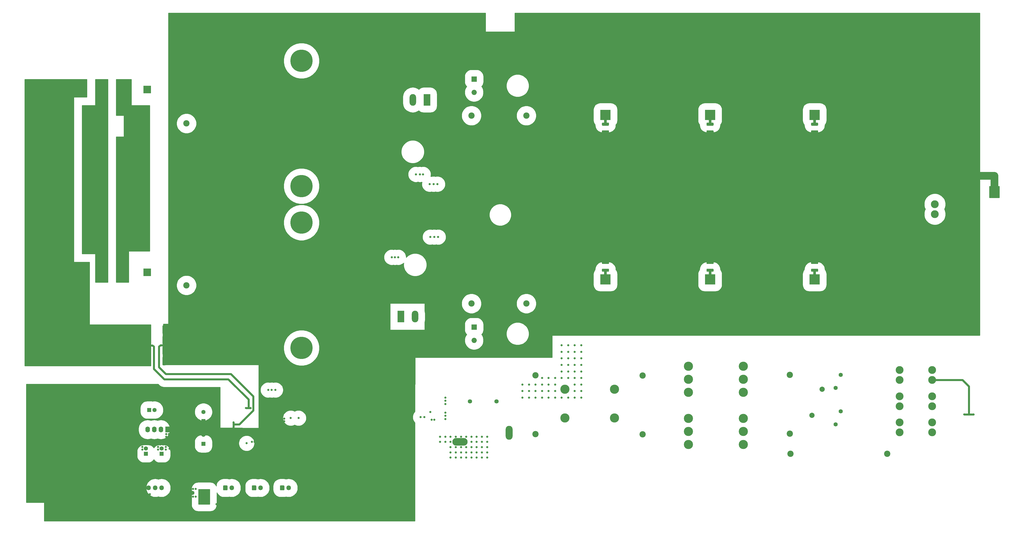
<source format=gbl>
G04 #@! TF.GenerationSoftware,KiCad,Pcbnew,(5.1.7)-1*
G04 #@! TF.CreationDate,2021-02-02T18:25:37+02:00*
G04 #@! TF.ProjectId,CP_inverter,43505f69-6e76-4657-9274-65722e6b6963,rev?*
G04 #@! TF.SameCoordinates,Original*
G04 #@! TF.FileFunction,Copper,L4,Bot*
G04 #@! TF.FilePolarity,Positive*
%FSLAX46Y46*%
G04 Gerber Fmt 4.6, Leading zero omitted, Abs format (unit mm)*
G04 Created by KiCad (PCBNEW (5.1.7)-1) date 2021-02-02 18:25:37*
%MOMM*%
%LPD*%
G01*
G04 APERTURE LIST*
G04 #@! TA.AperFunction,ComponentPad*
%ADD10C,3.000000*%
G04 #@! TD*
G04 #@! TA.AperFunction,ComponentPad*
%ADD11C,2.400000*%
G04 #@! TD*
G04 #@! TA.AperFunction,ComponentPad*
%ADD12R,1.600000X1.600000*%
G04 #@! TD*
G04 #@! TA.AperFunction,ComponentPad*
%ADD13C,1.600000*%
G04 #@! TD*
G04 #@! TA.AperFunction,ComponentPad*
%ADD14C,4.000000*%
G04 #@! TD*
G04 #@! TA.AperFunction,ComponentPad*
%ADD15R,4.000000X4.000000*%
G04 #@! TD*
G04 #@! TA.AperFunction,ComponentPad*
%ADD16R,3.000000X3.000000*%
G04 #@! TD*
G04 #@! TA.AperFunction,ComponentPad*
%ADD17R,2.000000X2.000000*%
G04 #@! TD*
G04 #@! TA.AperFunction,ComponentPad*
%ADD18O,2.000000X2.000000*%
G04 #@! TD*
G04 #@! TA.AperFunction,ComponentPad*
%ADD19C,3.500000*%
G04 #@! TD*
G04 #@! TA.AperFunction,ComponentPad*
%ADD20O,1.700000X1.850000*%
G04 #@! TD*
G04 #@! TA.AperFunction,ComponentPad*
%ADD21C,8.500000*%
G04 #@! TD*
G04 #@! TA.AperFunction,ComponentPad*
%ADD22C,2.000000*%
G04 #@! TD*
G04 #@! TA.AperFunction,ComponentPad*
%ADD23C,1.635000*%
G04 #@! TD*
G04 #@! TA.AperFunction,ComponentPad*
%ADD24O,5.850000X2.925000*%
G04 #@! TD*
G04 #@! TA.AperFunction,ComponentPad*
%ADD25O,2.670000X5.340000*%
G04 #@! TD*
G04 #@! TA.AperFunction,ComponentPad*
%ADD26O,1.750000X2.250000*%
G04 #@! TD*
G04 #@! TA.AperFunction,ComponentPad*
%ADD27R,1.750000X2.250000*%
G04 #@! TD*
G04 #@! TA.AperFunction,ComponentPad*
%ADD28O,2.500000X4.500000*%
G04 #@! TD*
G04 #@! TA.AperFunction,ComponentPad*
%ADD29R,2.500000X4.500000*%
G04 #@! TD*
G04 #@! TA.AperFunction,ViaPad*
%ADD30C,0.800000*%
G04 #@! TD*
G04 #@! TA.AperFunction,Conductor*
%ADD31C,0.800000*%
G04 #@! TD*
G04 #@! TA.AperFunction,Conductor*
%ADD32C,1.000000*%
G04 #@! TD*
G04 #@! TA.AperFunction,Conductor*
%ADD33C,3.000000*%
G04 #@! TD*
G04 #@! TA.AperFunction,Conductor*
%ADD34C,0.254000*%
G04 #@! TD*
G04 #@! TA.AperFunction,Conductor*
%ADD35C,0.100000*%
G04 #@! TD*
G04 APERTURE END LIST*
D10*
G04 #@! TO.P,J1,1*
G04 #@! TO.N,Net-(F1-Pad1)*
X370246800Y-214300000D03*
X370246800Y-210490000D03*
X357750000Y-214300000D03*
X357750000Y-210490000D03*
G04 #@! TO.P,J1,2*
G04 #@! TO.N,Earth*
X370246800Y-204292400D03*
X370246800Y-200482400D03*
X357750000Y-204292400D03*
X357750000Y-200482400D03*
G04 #@! TO.P,J1,3*
G04 #@! TO.N,Net-(C7-Pad2)*
X370246800Y-194284800D03*
X370246800Y-190474800D03*
X357750000Y-194284800D03*
X357750000Y-190474800D03*
G04 #@! TD*
D11*
G04 #@! TO.P,F1,2*
G04 #@! TO.N,Net-(C6-Pad1)*
X316000000Y-222500000D03*
G04 #@! TO.P,F1,1*
G04 #@! TO.N,Net-(F1-Pad1)*
X353000000Y-222500000D03*
G04 #@! TD*
G04 #@! TO.P,C33,1*
G04 #@! TO.N,VBUS*
X215000000Y-165000000D03*
G04 #@! TO.P,C33,2*
G04 #@! TO.N,GND*
X215000000Y-137500000D03*
G04 #@! TD*
G04 #@! TO.P,C9,1*
G04 #@! TO.N,Net-(C6-Pad1)*
X315750000Y-214800000D03*
G04 #@! TO.P,C9,2*
G04 #@! TO.N,Net-(C7-Pad2)*
X315750000Y-192300000D03*
G04 #@! TD*
G04 #@! TO.P,C17,1*
G04 #@! TO.N,Net-(C14-Pad1)*
X259500000Y-215050000D03*
G04 #@! TO.P,C17,2*
G04 #@! TO.N,Net-(C15-Pad2)*
X259500000Y-192550000D03*
G04 #@! TD*
G04 #@! TO.P,C19,2*
G04 #@! TO.N,AC_IN2*
X218500000Y-192500000D03*
G04 #@! TO.P,C19,1*
G04 #@! TO.N,AC_IN1*
X218500000Y-215000000D03*
G04 #@! TD*
D12*
G04 #@! TO.P,C23,1*
G04 #@! TO.N,Net-(C23-Pad1)*
X69500000Y-222500000D03*
D13*
G04 #@! TO.P,C23,2*
G04 #@! TO.N,GND*
X69500000Y-220500000D03*
G04 #@! TD*
D12*
G04 #@! TO.P,C24,1*
G04 #@! TO.N,Net-(C23-Pad1)*
X75500000Y-222500000D03*
D13*
G04 #@! TO.P,C24,2*
G04 #@! TO.N,GND*
X75500000Y-220500000D03*
G04 #@! TD*
D11*
G04 #@! TO.P,C27,1*
G04 #@! TO.N,Net-(C27-Pad1)*
X85000000Y-96000000D03*
G04 #@! TO.P,C27,2*
G04 #@! TO.N,GND*
X85000000Y-123500000D03*
G04 #@! TD*
G04 #@! TO.P,C28,1*
G04 #@! TO.N,Net-(C28-Pad1)*
X85000000Y-158000000D03*
G04 #@! TO.P,C28,2*
G04 #@! TO.N,GND*
X85000000Y-130500000D03*
G04 #@! TD*
D12*
G04 #@! TO.P,C30,1*
G04 #@! TO.N,VCC*
X90750000Y-237500000D03*
D13*
G04 #@! TO.P,C30,2*
G04 #@! TO.N,GND*
X87250000Y-237500000D03*
G04 #@! TD*
G04 #@! TO.P,C31,2*
G04 #@! TO.N,-5V*
X72750000Y-205750000D03*
D12*
G04 #@! TO.P,C31,1*
G04 #@! TO.N,Net-(C31-Pad1)*
X70750000Y-205750000D03*
G04 #@! TD*
D11*
G04 #@! TO.P,C32,2*
G04 #@! TO.N,GND*
X215000000Y-120500000D03*
G04 #@! TO.P,C32,1*
G04 #@! TO.N,VBUS*
X215000000Y-93000000D03*
G04 #@! TD*
G04 #@! TO.P,C35,2*
G04 #@! TO.N,GND*
X194000000Y-120500000D03*
G04 #@! TO.P,C35,1*
G04 #@! TO.N,VBUS*
X194000000Y-93000000D03*
G04 #@! TD*
G04 #@! TO.P,C36,2*
G04 #@! TO.N,GND*
X194000000Y-137500000D03*
G04 #@! TO.P,C36,1*
G04 #@! TO.N,VBUS*
X194000000Y-165000000D03*
G04 #@! TD*
D14*
G04 #@! TO.P,C37,2*
G04 #@! TO.N,GND*
X245250000Y-102750000D03*
D15*
G04 #@! TO.P,C37,1*
G04 #@! TO.N,VBUS*
X245250000Y-92750000D03*
G04 #@! TD*
G04 #@! TO.P,C38,1*
G04 #@! TO.N,VBUS*
X285250000Y-92750000D03*
D14*
G04 #@! TO.P,C38,2*
G04 #@! TO.N,GND*
X285250000Y-102750000D03*
G04 #@! TD*
D12*
G04 #@! TO.P,C39,1*
G04 #@! TO.N,+15V*
X91500000Y-218750000D03*
D13*
G04 #@! TO.P,C39,2*
G04 #@! TO.N,GND*
X91500000Y-215250000D03*
G04 #@! TD*
G04 #@! TO.P,C40,2*
G04 #@! TO.N,-5V*
X91500000Y-206500000D03*
D12*
G04 #@! TO.P,C40,1*
G04 #@! TO.N,GND*
X91500000Y-210000000D03*
G04 #@! TD*
D14*
G04 #@! TO.P,C41,2*
G04 #@! TO.N,GND*
X325250000Y-102750000D03*
D15*
G04 #@! TO.P,C41,1*
G04 #@! TO.N,VBUS*
X325250000Y-92750000D03*
G04 #@! TD*
G04 #@! TO.P,C44,1*
G04 #@! TO.N,VBUS*
X245250000Y-155750000D03*
D14*
G04 #@! TO.P,C44,2*
G04 #@! TO.N,GND*
X245250000Y-145750000D03*
G04 #@! TD*
D15*
G04 #@! TO.P,C45,1*
G04 #@! TO.N,VBUS*
X285250000Y-155750000D03*
D14*
G04 #@! TO.P,C45,2*
G04 #@! TO.N,GND*
X285250000Y-145750000D03*
G04 #@! TD*
G04 #@! TO.P,C46,2*
G04 #@! TO.N,GND*
X325250000Y-145750000D03*
D15*
G04 #@! TO.P,C46,1*
G04 #@! TO.N,VBUS*
X325250000Y-155750000D03*
G04 #@! TD*
G04 #@! TO.P,C47,1*
G04 #@! TO.N,VBUS*
G04 #@! TA.AperFunction,SMDPad,CuDef*
G36*
G01*
X246350001Y-152800000D02*
X244149999Y-152800000D01*
G75*
G02*
X243900000Y-152550001I0J249999D01*
G01*
X243900000Y-151899999D01*
G75*
G02*
X244149999Y-151650000I249999J0D01*
G01*
X246350001Y-151650000D01*
G75*
G02*
X246600000Y-151899999I0J-249999D01*
G01*
X246600000Y-152550001D01*
G75*
G02*
X246350001Y-152800000I-249999J0D01*
G01*
G37*
G04 #@! TD.AperFunction*
G04 #@! TO.P,C47,2*
G04 #@! TO.N,GND*
G04 #@! TA.AperFunction,SMDPad,CuDef*
G36*
G01*
X246350001Y-149850000D02*
X244149999Y-149850000D01*
G75*
G02*
X243900000Y-149600001I0J249999D01*
G01*
X243900000Y-148949999D01*
G75*
G02*
X244149999Y-148700000I249999J0D01*
G01*
X246350001Y-148700000D01*
G75*
G02*
X246600000Y-148949999I0J-249999D01*
G01*
X246600000Y-149600001D01*
G75*
G02*
X246350001Y-149850000I-249999J0D01*
G01*
G37*
G04 #@! TD.AperFunction*
G04 #@! TD*
G04 #@! TO.P,C48,2*
G04 #@! TO.N,GND*
G04 #@! TA.AperFunction,SMDPad,CuDef*
G36*
G01*
X286350001Y-149850000D02*
X284149999Y-149850000D01*
G75*
G02*
X283900000Y-149600001I0J249999D01*
G01*
X283900000Y-148949999D01*
G75*
G02*
X284149999Y-148700000I249999J0D01*
G01*
X286350001Y-148700000D01*
G75*
G02*
X286600000Y-148949999I0J-249999D01*
G01*
X286600000Y-149600001D01*
G75*
G02*
X286350001Y-149850000I-249999J0D01*
G01*
G37*
G04 #@! TD.AperFunction*
G04 #@! TO.P,C48,1*
G04 #@! TO.N,VBUS*
G04 #@! TA.AperFunction,SMDPad,CuDef*
G36*
G01*
X286350001Y-152800000D02*
X284149999Y-152800000D01*
G75*
G02*
X283900000Y-152550001I0J249999D01*
G01*
X283900000Y-151899999D01*
G75*
G02*
X284149999Y-151650000I249999J0D01*
G01*
X286350001Y-151650000D01*
G75*
G02*
X286600000Y-151899999I0J-249999D01*
G01*
X286600000Y-152550001D01*
G75*
G02*
X286350001Y-152800000I-249999J0D01*
G01*
G37*
G04 #@! TD.AperFunction*
G04 #@! TD*
G04 #@! TO.P,C51,1*
G04 #@! TO.N,VBUS*
G04 #@! TA.AperFunction,SMDPad,CuDef*
G36*
G01*
X326350001Y-152800000D02*
X324149999Y-152800000D01*
G75*
G02*
X323900000Y-152550001I0J249999D01*
G01*
X323900000Y-151899999D01*
G75*
G02*
X324149999Y-151650000I249999J0D01*
G01*
X326350001Y-151650000D01*
G75*
G02*
X326600000Y-151899999I0J-249999D01*
G01*
X326600000Y-152550001D01*
G75*
G02*
X326350001Y-152800000I-249999J0D01*
G01*
G37*
G04 #@! TD.AperFunction*
G04 #@! TO.P,C51,2*
G04 #@! TO.N,GND*
G04 #@! TA.AperFunction,SMDPad,CuDef*
G36*
G01*
X326350001Y-149850000D02*
X324149999Y-149850000D01*
G75*
G02*
X323900000Y-149600001I0J249999D01*
G01*
X323900000Y-148949999D01*
G75*
G02*
X324149999Y-148700000I249999J0D01*
G01*
X326350001Y-148700000D01*
G75*
G02*
X326600000Y-148949999I0J-249999D01*
G01*
X326600000Y-149600001D01*
G75*
G02*
X326350001Y-149850000I-249999J0D01*
G01*
G37*
G04 #@! TD.AperFunction*
G04 #@! TD*
G04 #@! TO.P,C52,2*
G04 #@! TO.N,GND*
G04 #@! TA.AperFunction,SMDPad,CuDef*
G36*
G01*
X244149999Y-98650000D02*
X246350001Y-98650000D01*
G75*
G02*
X246600000Y-98899999I0J-249999D01*
G01*
X246600000Y-99550001D01*
G75*
G02*
X246350001Y-99800000I-249999J0D01*
G01*
X244149999Y-99800000D01*
G75*
G02*
X243900000Y-99550001I0J249999D01*
G01*
X243900000Y-98899999D01*
G75*
G02*
X244149999Y-98650000I249999J0D01*
G01*
G37*
G04 #@! TD.AperFunction*
G04 #@! TO.P,C52,1*
G04 #@! TO.N,VBUS*
G04 #@! TA.AperFunction,SMDPad,CuDef*
G36*
G01*
X244149999Y-95700000D02*
X246350001Y-95700000D01*
G75*
G02*
X246600000Y-95949999I0J-249999D01*
G01*
X246600000Y-96600001D01*
G75*
G02*
X246350001Y-96850000I-249999J0D01*
G01*
X244149999Y-96850000D01*
G75*
G02*
X243900000Y-96600001I0J249999D01*
G01*
X243900000Y-95949999D01*
G75*
G02*
X244149999Y-95700000I249999J0D01*
G01*
G37*
G04 #@! TD.AperFunction*
G04 #@! TD*
G04 #@! TO.P,C53,2*
G04 #@! TO.N,GND*
G04 #@! TA.AperFunction,SMDPad,CuDef*
G36*
G01*
X284149999Y-98650000D02*
X286350001Y-98650000D01*
G75*
G02*
X286600000Y-98899999I0J-249999D01*
G01*
X286600000Y-99550001D01*
G75*
G02*
X286350001Y-99800000I-249999J0D01*
G01*
X284149999Y-99800000D01*
G75*
G02*
X283900000Y-99550001I0J249999D01*
G01*
X283900000Y-98899999D01*
G75*
G02*
X284149999Y-98650000I249999J0D01*
G01*
G37*
G04 #@! TD.AperFunction*
G04 #@! TO.P,C53,1*
G04 #@! TO.N,VBUS*
G04 #@! TA.AperFunction,SMDPad,CuDef*
G36*
G01*
X284149999Y-95700000D02*
X286350001Y-95700000D01*
G75*
G02*
X286600000Y-95949999I0J-249999D01*
G01*
X286600000Y-96600001D01*
G75*
G02*
X286350001Y-96850000I-249999J0D01*
G01*
X284149999Y-96850000D01*
G75*
G02*
X283900000Y-96600001I0J249999D01*
G01*
X283900000Y-95949999D01*
G75*
G02*
X284149999Y-95700000I249999J0D01*
G01*
G37*
G04 #@! TD.AperFunction*
G04 #@! TD*
G04 #@! TO.P,C54,1*
G04 #@! TO.N,VBUS*
G04 #@! TA.AperFunction,SMDPad,CuDef*
G36*
G01*
X324149999Y-95700000D02*
X326350001Y-95700000D01*
G75*
G02*
X326600000Y-95949999I0J-249999D01*
G01*
X326600000Y-96600001D01*
G75*
G02*
X326350001Y-96850000I-249999J0D01*
G01*
X324149999Y-96850000D01*
G75*
G02*
X323900000Y-96600001I0J249999D01*
G01*
X323900000Y-95949999D01*
G75*
G02*
X324149999Y-95700000I249999J0D01*
G01*
G37*
G04 #@! TD.AperFunction*
G04 #@! TO.P,C54,2*
G04 #@! TO.N,GND*
G04 #@! TA.AperFunction,SMDPad,CuDef*
G36*
G01*
X324149999Y-98650000D02*
X326350001Y-98650000D01*
G75*
G02*
X326600000Y-98899999I0J-249999D01*
G01*
X326600000Y-99550001D01*
G75*
G02*
X326350001Y-99800000I-249999J0D01*
G01*
X324149999Y-99800000D01*
G75*
G02*
X323900000Y-99550001I0J249999D01*
G01*
X323900000Y-98899999D01*
G75*
G02*
X324149999Y-98650000I249999J0D01*
G01*
G37*
G04 #@! TD.AperFunction*
G04 #@! TD*
D16*
G04 #@! TO.P,D11,1*
G04 #@! TO.N,Net-(C27-Pad1)*
X70000000Y-83000000D03*
D10*
G04 #@! TO.P,D11,2*
G04 #@! TO.N,Net-(D11-Pad2)*
X60000000Y-83000000D03*
G04 #@! TO.P,D11,3*
G04 #@! TO.N,AC_IN2*
X52500000Y-83000000D03*
G04 #@! TO.P,D11,4*
G04 #@! TO.N,CS1*
X45000000Y-83000000D03*
G04 #@! TD*
G04 #@! TO.P,D12,4*
G04 #@! TO.N,CS1*
X45000000Y-153000000D03*
G04 #@! TO.P,D12,3*
G04 #@! TO.N,AC_IN2*
X52500000Y-153000000D03*
G04 #@! TO.P,D12,2*
G04 #@! TO.N,Net-(D11-Pad2)*
X60000000Y-153000000D03*
D16*
G04 #@! TO.P,D12,1*
G04 #@! TO.N,Net-(C28-Pad1)*
X70000000Y-153000000D03*
G04 #@! TD*
D17*
G04 #@! TO.P,D18,1*
G04 #@! TO.N,VBUS*
X195000000Y-174000000D03*
D18*
G04 #@! TO.P,D18,2*
G04 #@! TO.N,Net-(D18-Pad2)*
X195000000Y-179080000D03*
G04 #@! TD*
D19*
G04 #@! TO.P,FL1,1*
G04 #@! TO.N,Net-(C6-Pad1)*
X298000000Y-209000000D03*
G04 #@! TO.P,FL1,2*
G04 #@! TO.N,Net-(C14-Pad1)*
X277000000Y-209000000D03*
G04 #@! TO.P,FL1,1*
G04 #@! TO.N,Net-(C6-Pad1)*
X298000000Y-214000000D03*
X298000000Y-219000000D03*
G04 #@! TO.P,FL1,2*
G04 #@! TO.N,Net-(C14-Pad1)*
X277000000Y-219000000D03*
X277000000Y-214000000D03*
G04 #@! TO.P,FL1,3*
G04 #@! TO.N,Net-(C7-Pad2)*
X298000000Y-189000000D03*
X298000000Y-199000000D03*
X298000000Y-194000000D03*
G04 #@! TO.P,FL1,4*
G04 #@! TO.N,Net-(C15-Pad2)*
X277000000Y-194000000D03*
X277000000Y-189000000D03*
X277000000Y-199000000D03*
G04 #@! TD*
G04 #@! TO.P,FL2,1*
G04 #@! TO.N,Net-(C14-Pad1)*
X248750000Y-208800000D03*
G04 #@! TO.P,FL2,2*
G04 #@! TO.N,AC_IN1*
X229750000Y-208800000D03*
G04 #@! TO.P,FL2,4*
G04 #@! TO.N,AC_IN2*
X229750000Y-197800000D03*
G04 #@! TO.P,FL2,3*
G04 #@! TO.N,Net-(C15-Pad2)*
X248750000Y-197800000D03*
G04 #@! TD*
G04 #@! TO.P,J5,1*
G04 #@! TO.N,GND*
G04 #@! TA.AperFunction,ComponentPad*
G36*
G01*
X67150000Y-236275000D02*
X67150000Y-234925000D01*
G75*
G02*
X67400000Y-234675000I250000J0D01*
G01*
X68600000Y-234675000D01*
G75*
G02*
X68850000Y-234925000I0J-250000D01*
G01*
X68850000Y-236275000D01*
G75*
G02*
X68600000Y-236525000I-250000J0D01*
G01*
X67400000Y-236525000D01*
G75*
G02*
X67150000Y-236275000I0J250000D01*
G01*
G37*
G04 #@! TD.AperFunction*
D20*
G04 #@! TO.P,J5,2*
X70500000Y-235600000D03*
G04 #@! TO.P,J5,3*
G04 #@! TO.N,Net-(F2-Pad2)*
X73000000Y-235600000D03*
G04 #@! TO.P,J5,4*
X75500000Y-235600000D03*
G04 #@! TD*
D10*
G04 #@! TO.P,J6,1*
G04 #@! TO.N,VBUS*
X371250000Y-130750000D03*
G04 #@! TO.P,J6,2*
G04 #@! TO.N,GND*
X358750000Y-120750000D03*
G04 #@! TO.P,J6,1*
G04 #@! TO.N,VBUS*
X371250000Y-126950000D03*
G04 #@! TO.P,J6,2*
G04 #@! TO.N,GND*
X358750000Y-116950000D03*
G04 #@! TD*
D21*
G04 #@! TO.P,L2,2*
G04 #@! TO.N,Net-(D16-Pad2)*
X129000000Y-72000000D03*
G04 #@! TO.P,L2,1*
G04 #@! TO.N,Net-(C27-Pad1)*
X129000000Y-120000000D03*
G04 #@! TD*
G04 #@! TO.P,L3,1*
G04 #@! TO.N,Net-(C28-Pad1)*
X129000000Y-134000000D03*
G04 #@! TO.P,L3,2*
G04 #@! TO.N,Net-(D18-Pad2)*
X129000000Y-182000000D03*
G04 #@! TD*
G04 #@! TO.P,R33,2*
G04 #@! TO.N,GND*
G04 #@! TA.AperFunction,SMDPad,CuDef*
G36*
G01*
X75835001Y-188425001D02*
X75835001Y-185574999D01*
G75*
G02*
X76085000Y-185325000I249999J0D01*
G01*
X76810002Y-185325000D01*
G75*
G02*
X77060001Y-185574999I0J-249999D01*
G01*
X77060001Y-188425001D01*
G75*
G02*
X76810002Y-188675000I-249999J0D01*
G01*
X76085000Y-188675000D01*
G75*
G02*
X75835001Y-188425001I0J249999D01*
G01*
G37*
G04 #@! TD.AperFunction*
G04 #@! TO.P,R33,1*
G04 #@! TO.N,CS1*
G04 #@! TA.AperFunction,SMDPad,CuDef*
G36*
G01*
X69910001Y-188425001D02*
X69910001Y-185574999D01*
G75*
G02*
X70160000Y-185325000I249999J0D01*
G01*
X70885002Y-185325000D01*
G75*
G02*
X71135001Y-185574999I0J-249999D01*
G01*
X71135001Y-188425001D01*
G75*
G02*
X70885002Y-188675000I-249999J0D01*
G01*
X70160000Y-188675000D01*
G75*
G02*
X69910001Y-188425001I0J249999D01*
G01*
G37*
G04 #@! TD.AperFunction*
G04 #@! TD*
G04 #@! TO.P,R34,1*
G04 #@! TO.N,CS1*
G04 #@! TA.AperFunction,SMDPad,CuDef*
G36*
G01*
X69925000Y-184425001D02*
X69925000Y-181574999D01*
G75*
G02*
X70174999Y-181325000I249999J0D01*
G01*
X70900001Y-181325000D01*
G75*
G02*
X71150000Y-181574999I0J-249999D01*
G01*
X71150000Y-184425001D01*
G75*
G02*
X70900001Y-184675000I-249999J0D01*
G01*
X70174999Y-184675000D01*
G75*
G02*
X69925000Y-184425001I0J249999D01*
G01*
G37*
G04 #@! TD.AperFunction*
G04 #@! TO.P,R34,2*
G04 #@! TO.N,GND*
G04 #@! TA.AperFunction,SMDPad,CuDef*
G36*
G01*
X75850000Y-184425001D02*
X75850000Y-181574999D01*
G75*
G02*
X76099999Y-181325000I249999J0D01*
G01*
X76825001Y-181325000D01*
G75*
G02*
X77075000Y-181574999I0J-249999D01*
G01*
X77075000Y-184425001D01*
G75*
G02*
X76825001Y-184675000I-249999J0D01*
G01*
X76099999Y-184675000D01*
G75*
G02*
X75850000Y-184425001I0J249999D01*
G01*
G37*
G04 #@! TD.AperFunction*
G04 #@! TD*
D13*
G04 #@! TO.P,RV1,1*
G04 #@! TO.N,Net-(C6-Pad1)*
X333250000Y-211300000D03*
G04 #@! TO.P,RV1,2*
G04 #@! TO.N,Earth*
X335250000Y-206300000D03*
G04 #@! TD*
G04 #@! TO.P,RV2,2*
G04 #@! TO.N,Net-(C7-Pad2)*
X335250000Y-192300000D03*
G04 #@! TO.P,RV2,1*
G04 #@! TO.N,Earth*
X333250000Y-197300000D03*
G04 #@! TD*
D22*
G04 #@! TO.P,RV3,1*
G04 #@! TO.N,Net-(C6-Pad1)*
X324250000Y-207800000D03*
G04 #@! TO.P,RV3,2*
G04 #@! TO.N,Net-(C7-Pad2)*
X328150000Y-197800000D03*
G04 #@! TD*
D23*
G04 #@! TO.P,U5,1*
G04 #@! TO.N,Net-(C20-Pad2)*
X193435000Y-202490000D03*
G04 #@! TO.P,U5,2*
G04 #@! TO.N,Net-(C20-Pad1)*
X203595000Y-202490000D03*
D24*
G04 #@! TO.P,U5,4*
G04 #@! TO.N,Net-(D11-Pad2)*
X189625000Y-217930000D03*
D25*
G04 #@! TO.P,U5,3*
G04 #@! TO.N,AC_IN1*
X208375000Y-214500000D03*
G04 #@! TD*
D26*
G04 #@! TO.P,U7,4*
G04 #@! TO.N,Net-(D19-Pad2)*
X70130000Y-213250000D03*
G04 #@! TO.P,U7,3*
G04 #@! TO.N,-5V*
X72670000Y-213250000D03*
G04 #@! TO.P,U7,2*
G04 #@! TO.N,Net-(C25-Pad1)*
X75210000Y-213250000D03*
D27*
G04 #@! TO.P,U7,1*
G04 #@! TO.N,GND*
X77750000Y-213250000D03*
G04 #@! TD*
G04 #@! TO.P,J2,1*
G04 #@! TO.N,PGOOD_SIGNAL-*
G04 #@! TA.AperFunction,ComponentPad*
G36*
G01*
X110000000Y-236275000D02*
X110000000Y-234925000D01*
G75*
G02*
X110250000Y-234675000I250000J0D01*
G01*
X111450000Y-234675000D01*
G75*
G02*
X111700000Y-234925000I0J-250000D01*
G01*
X111700000Y-236275000D01*
G75*
G02*
X111450000Y-236525000I-250000J0D01*
G01*
X110250000Y-236525000D01*
G75*
G02*
X110000000Y-236275000I0J250000D01*
G01*
G37*
G04 #@! TD.AperFunction*
D20*
G04 #@! TO.P,J2,2*
G04 #@! TO.N,PGOOD_SIGNAL+*
X113350000Y-235600000D03*
G04 #@! TD*
G04 #@! TO.P,J3,2*
G04 #@! TO.N,PFC_ENBL+*
X124100000Y-235600000D03*
G04 #@! TO.P,J3,1*
G04 #@! TO.N,PFC_ENBL-*
G04 #@! TA.AperFunction,ComponentPad*
G36*
G01*
X120750000Y-236275000D02*
X120750000Y-234925000D01*
G75*
G02*
X121000000Y-234675000I250000J0D01*
G01*
X122200000Y-234675000D01*
G75*
G02*
X122450000Y-234925000I0J-250000D01*
G01*
X122450000Y-236275000D01*
G75*
G02*
X122200000Y-236525000I-250000J0D01*
G01*
X121000000Y-236525000D01*
G75*
G02*
X120750000Y-236275000I0J250000D01*
G01*
G37*
G04 #@! TD.AperFunction*
G04 #@! TD*
G04 #@! TO.P,J4,1*
G04 #@! TO.N,BOFO_ENBL-*
G04 #@! TA.AperFunction,ComponentPad*
G36*
G01*
X99000000Y-236275000D02*
X99000000Y-234925000D01*
G75*
G02*
X99250000Y-234675000I250000J0D01*
G01*
X100450000Y-234675000D01*
G75*
G02*
X100700000Y-234925000I0J-250000D01*
G01*
X100700000Y-236275000D01*
G75*
G02*
X100450000Y-236525000I-250000J0D01*
G01*
X99250000Y-236525000D01*
G75*
G02*
X99000000Y-236275000I0J250000D01*
G01*
G37*
G04 #@! TD.AperFunction*
G04 #@! TO.P,J4,2*
G04 #@! TO.N,BOFO_ENBL+*
X102350000Y-235600000D03*
G04 #@! TD*
D28*
G04 #@! TO.P,Q2,3*
G04 #@! TO.N,GND*
X166100000Y-87000000D03*
G04 #@! TO.P,Q2,2*
G04 #@! TO.N,Net-(D16-Pad2)*
X171550000Y-87000000D03*
D29*
G04 #@! TO.P,Q2,1*
G04 #@! TO.N,Net-(Q2-Pad1)*
X177000000Y-87000000D03*
G04 #@! TD*
G04 #@! TO.P,Q3,1*
G04 #@! TO.N,Net-(Q3-Pad1)*
X167000000Y-170000000D03*
D28*
G04 #@! TO.P,Q3,2*
G04 #@! TO.N,Net-(D18-Pad2)*
X172450000Y-170000000D03*
G04 #@! TO.P,Q3,3*
G04 #@! TO.N,GND*
X177900000Y-170000000D03*
G04 #@! TD*
D17*
G04 #@! TO.P,D16,1*
G04 #@! TO.N,VBUS*
X195000000Y-79000000D03*
D18*
G04 #@! TO.P,D16,2*
G04 #@! TO.N,Net-(D16-Pad2)*
X195000000Y-84080000D03*
G04 #@! TD*
G04 #@! TO.P,R31,1*
G04 #@! TO.N,CS1*
G04 #@! TA.AperFunction,SMDPad,CuDef*
G36*
G01*
X69925000Y-180425001D02*
X69925000Y-177574999D01*
G75*
G02*
X70174999Y-177325000I249999J0D01*
G01*
X70900001Y-177325000D01*
G75*
G02*
X71150000Y-177574999I0J-249999D01*
G01*
X71150000Y-180425001D01*
G75*
G02*
X70900001Y-180675000I-249999J0D01*
G01*
X70174999Y-180675000D01*
G75*
G02*
X69925000Y-180425001I0J249999D01*
G01*
G37*
G04 #@! TD.AperFunction*
G04 #@! TO.P,R31,2*
G04 #@! TO.N,GND*
G04 #@! TA.AperFunction,SMDPad,CuDef*
G36*
G01*
X75850000Y-180425001D02*
X75850000Y-177574999D01*
G75*
G02*
X76099999Y-177325000I249999J0D01*
G01*
X76825001Y-177325000D01*
G75*
G02*
X77075000Y-177574999I0J-249999D01*
G01*
X77075000Y-180425001D01*
G75*
G02*
X76825001Y-180675000I-249999J0D01*
G01*
X76099999Y-180675000D01*
G75*
G02*
X75850000Y-180425001I0J249999D01*
G01*
G37*
G04 #@! TD.AperFunction*
G04 #@! TD*
G04 #@! TO.P,R32,2*
G04 #@! TO.N,GND*
G04 #@! TA.AperFunction,SMDPad,CuDef*
G36*
G01*
X75850000Y-176425001D02*
X75850000Y-173574999D01*
G75*
G02*
X76099999Y-173325000I249999J0D01*
G01*
X76825001Y-173325000D01*
G75*
G02*
X77075000Y-173574999I0J-249999D01*
G01*
X77075000Y-176425001D01*
G75*
G02*
X76825001Y-176675000I-249999J0D01*
G01*
X76099999Y-176675000D01*
G75*
G02*
X75850000Y-176425001I0J249999D01*
G01*
G37*
G04 #@! TD.AperFunction*
G04 #@! TO.P,R32,1*
G04 #@! TO.N,CS1*
G04 #@! TA.AperFunction,SMDPad,CuDef*
G36*
G01*
X69925000Y-176425001D02*
X69925000Y-173574999D01*
G75*
G02*
X70174999Y-173325000I249999J0D01*
G01*
X70900001Y-173325000D01*
G75*
G02*
X71150000Y-173574999I0J-249999D01*
G01*
X71150000Y-176425001D01*
G75*
G02*
X70900001Y-176675000I-249999J0D01*
G01*
X70174999Y-176675000D01*
G75*
G02*
X69925000Y-176425001I0J249999D01*
G01*
G37*
G04 #@! TD.AperFunction*
G04 #@! TD*
D30*
G04 #@! TO.N,Net-(C7-Pad2)*
X386000000Y-207500000D03*
X382500000Y-207500000D03*
G04 #@! TO.N,VCC*
X184000000Y-209250000D03*
X90500000Y-239000000D03*
X90500000Y-240000000D03*
X90500000Y-241000000D03*
X91500000Y-239000000D03*
X91500000Y-240000000D03*
X91500000Y-241000000D03*
X92500000Y-241000000D03*
X92500000Y-240000000D03*
X92500000Y-239000000D03*
X127850000Y-208850000D03*
X124850000Y-208850000D03*
X184000000Y-206750000D03*
X184000000Y-202250000D03*
X184000000Y-208000000D03*
X184000000Y-201000000D03*
X184000000Y-203500000D03*
X175500000Y-115500000D03*
X174250000Y-115500000D03*
X172750000Y-115500000D03*
G04 #@! TO.N,AC_IN2*
X52500000Y-122500000D03*
X52500000Y-135000000D03*
X52500000Y-132500000D03*
X52500000Y-115000000D03*
X52500000Y-105000000D03*
X52500000Y-110000000D03*
X52500000Y-130000000D03*
X52500000Y-125000000D03*
X52500000Y-127500000D03*
X52500000Y-112500000D03*
X52500000Y-107500000D03*
X52500000Y-117500000D03*
X52500000Y-120000000D03*
X52500000Y-140000000D03*
X52500000Y-137500000D03*
X52500000Y-142500000D03*
X50000000Y-122500000D03*
X50000000Y-135000000D03*
X50000000Y-132500000D03*
X50000000Y-115000000D03*
X50000000Y-105000000D03*
X50000000Y-110000000D03*
X50000000Y-130000000D03*
X50000000Y-125000000D03*
X50000000Y-127500000D03*
X50000000Y-112500000D03*
X50000000Y-107500000D03*
X50000000Y-117500000D03*
X50000000Y-120000000D03*
X50000000Y-140000000D03*
X50000000Y-137500000D03*
X50000000Y-142500000D03*
X47500000Y-122500000D03*
X47500000Y-135000000D03*
X47500000Y-132500000D03*
X47500000Y-115000000D03*
X47500000Y-105000000D03*
X47500000Y-110000000D03*
X47500000Y-130000000D03*
X47500000Y-125000000D03*
X47500000Y-127500000D03*
X47500000Y-112500000D03*
X47500000Y-107500000D03*
X47500000Y-117500000D03*
X47500000Y-120000000D03*
X47500000Y-140000000D03*
X47500000Y-137500000D03*
X47500000Y-142500000D03*
X213500000Y-201000000D03*
X216000000Y-201000000D03*
X218500000Y-201000000D03*
X221000000Y-201000000D03*
X223500000Y-201000000D03*
X226000000Y-201000000D03*
X228500000Y-201000000D03*
X231000000Y-201000000D03*
X233500000Y-201000000D03*
X213500000Y-198500000D03*
X213500000Y-196000000D03*
X216000000Y-196000000D03*
X218500000Y-196000000D03*
X221000000Y-196000000D03*
X223500000Y-196000000D03*
X226000000Y-196000000D03*
X226000000Y-193500000D03*
X223500000Y-193500000D03*
X221000000Y-193500000D03*
X221000000Y-198500000D03*
X223500000Y-198500000D03*
X226000000Y-198500000D03*
X218500000Y-198500000D03*
X216000000Y-198500000D03*
X233500000Y-198500000D03*
X233500000Y-196000000D03*
X233500000Y-193500000D03*
X231000000Y-193500000D03*
X228500000Y-193500000D03*
X236000000Y-201000000D03*
X236000000Y-198500000D03*
X236000000Y-196000000D03*
X236000000Y-193500000D03*
X231000000Y-191000000D03*
X233500000Y-191000000D03*
X236000000Y-191000000D03*
X236000000Y-188500000D03*
X236000000Y-186000000D03*
X236000000Y-183500000D03*
X236000000Y-181000000D03*
X233500000Y-181000000D03*
X233500000Y-183500000D03*
X233500000Y-186000000D03*
X233500000Y-188500000D03*
X231000000Y-188500000D03*
X231000000Y-186000000D03*
X231000000Y-183500000D03*
X231000000Y-181000000D03*
X228500000Y-181000000D03*
X228500000Y-183500000D03*
X228500000Y-186000000D03*
X228500000Y-188500000D03*
X228500000Y-191000000D03*
G04 #@! TO.N,CS1*
X27500000Y-97500000D03*
X27500000Y-110000000D03*
X27500000Y-107500000D03*
X27500000Y-90000000D03*
X27500000Y-80000000D03*
X27500000Y-85000000D03*
X27500000Y-105000000D03*
X27500000Y-100000000D03*
X27500000Y-102500000D03*
X27500000Y-87500000D03*
X27500000Y-82500000D03*
X27500000Y-92500000D03*
X27500000Y-95000000D03*
X27500000Y-115000000D03*
X27500000Y-112500000D03*
X27500000Y-117500000D03*
X27500000Y-137500000D03*
X27500000Y-150000000D03*
X27500000Y-147500000D03*
X27500000Y-130000000D03*
X27500000Y-120000000D03*
X27500000Y-125000000D03*
X27500000Y-145000000D03*
X27500000Y-140000000D03*
X27500000Y-142500000D03*
X27500000Y-127500000D03*
X27500000Y-122500000D03*
X27500000Y-132500000D03*
X27500000Y-135000000D03*
X27500000Y-155000000D03*
X27500000Y-152500000D03*
X107750000Y-205000000D03*
X109500000Y-205000000D03*
X25000000Y-80000000D03*
X25000000Y-82500000D03*
X25000000Y-85000000D03*
X25000000Y-87500000D03*
X25000000Y-90000000D03*
X25000000Y-92500000D03*
X25000000Y-95000000D03*
X25000000Y-97500000D03*
X25000000Y-100000000D03*
X25000000Y-102500000D03*
X25000000Y-105000000D03*
X25000000Y-107500000D03*
X25000000Y-110000000D03*
X25000000Y-112500000D03*
X25000000Y-115000000D03*
X25000000Y-117500000D03*
X25000000Y-120000000D03*
X25000000Y-122500000D03*
X25000000Y-125000000D03*
X25000000Y-127500000D03*
X25000000Y-130000000D03*
X25000000Y-132500000D03*
X25000000Y-135000000D03*
X25000000Y-137500000D03*
X25000000Y-140000000D03*
X25000000Y-142500000D03*
X25000000Y-145000000D03*
X25000000Y-147500000D03*
X25000000Y-150000000D03*
X25000000Y-152500000D03*
X25000000Y-155000000D03*
X108600000Y-205000000D03*
G04 #@! TO.N,-5V*
X181000000Y-119250000D03*
X178000000Y-119250000D03*
X179500000Y-119250000D03*
G04 #@! TO.N,+15V*
X178250000Y-139500000D03*
X181250000Y-139500000D03*
X179750000Y-139500000D03*
G04 #@! TO.N,Net-(C50-Pad1)*
X166000000Y-147250000D03*
X164750000Y-147250000D03*
X163500000Y-147250000D03*
X116250000Y-198100026D03*
X119000000Y-198100000D03*
X117600000Y-198100000D03*
G04 #@! TO.N,Net-(D11-Pad2)*
X62500000Y-122500000D03*
X62500000Y-135000000D03*
X62500000Y-132500000D03*
X62500000Y-115000000D03*
X62500000Y-105000000D03*
X62500000Y-110000000D03*
X62500000Y-130000000D03*
X62500000Y-125000000D03*
X62500000Y-127500000D03*
X62500000Y-112500000D03*
X62500000Y-107500000D03*
X62500000Y-117500000D03*
X62500000Y-120000000D03*
X62500000Y-140000000D03*
X62500000Y-137500000D03*
X62500000Y-142500000D03*
X65000000Y-122500000D03*
X65000000Y-135000000D03*
X65000000Y-132500000D03*
X65000000Y-115000000D03*
X65000000Y-105000000D03*
X65000000Y-110000000D03*
X65000000Y-130000000D03*
X65000000Y-125000000D03*
X65000000Y-127500000D03*
X65000000Y-112500000D03*
X65000000Y-107500000D03*
X65000000Y-117500000D03*
X65000000Y-120000000D03*
X65000000Y-140000000D03*
X65000000Y-137500000D03*
X65000000Y-142500000D03*
X67500000Y-122500000D03*
X67500000Y-135000000D03*
X67500000Y-132500000D03*
X67500000Y-115000000D03*
X67500000Y-105000000D03*
X67500000Y-110000000D03*
X67500000Y-130000000D03*
X67500000Y-125000000D03*
X67500000Y-127500000D03*
X67500000Y-112500000D03*
X67500000Y-107500000D03*
X67500000Y-117500000D03*
X67500000Y-120000000D03*
X67500000Y-140000000D03*
X67500000Y-137500000D03*
X67500000Y-142500000D03*
X70000000Y-122500000D03*
X70000000Y-135000000D03*
X70000000Y-132500000D03*
X70000000Y-115000000D03*
X70000000Y-105000000D03*
X70000000Y-110000000D03*
X70000000Y-130000000D03*
X70000000Y-125000000D03*
X70000000Y-127500000D03*
X70000000Y-112500000D03*
X70000000Y-107500000D03*
X70000000Y-117500000D03*
X70000000Y-120000000D03*
X70000000Y-140000000D03*
X70000000Y-137500000D03*
X70000000Y-142500000D03*
X60000000Y-105000000D03*
X60000000Y-107500000D03*
X60000000Y-110000000D03*
X60000000Y-112500000D03*
X60000000Y-115000000D03*
X60000000Y-117500000D03*
X60000000Y-120000000D03*
X60000000Y-122500000D03*
X60000000Y-125000000D03*
X60000000Y-127500000D03*
X60000000Y-130000000D03*
X60000000Y-132500000D03*
X60000000Y-135000000D03*
X60000000Y-140000000D03*
X60000000Y-137500000D03*
X60000000Y-142500000D03*
X194000000Y-216000000D03*
X194000000Y-218000000D03*
X194000000Y-220000000D03*
X194000000Y-222000000D03*
X194000000Y-224000000D03*
X196000000Y-224000000D03*
X196000000Y-222000000D03*
X196000000Y-220000000D03*
X196000000Y-218000000D03*
X196000000Y-216000000D03*
X198000000Y-216000000D03*
X198000000Y-218000000D03*
X198000000Y-220000000D03*
X198000000Y-222000000D03*
X198000000Y-224000000D03*
X200000000Y-224000000D03*
X200000000Y-222000000D03*
X200000000Y-220000000D03*
X200000000Y-218000000D03*
X200000000Y-216000000D03*
X192000000Y-224000000D03*
X192000000Y-222000000D03*
X192000000Y-220000000D03*
X190000000Y-220000000D03*
X190000000Y-222000000D03*
X190000000Y-224000000D03*
X188000000Y-224000000D03*
X188000000Y-222000000D03*
X188000000Y-220000000D03*
X186000000Y-224000000D03*
X186000000Y-222000000D03*
X186000000Y-220000000D03*
X186000000Y-218000000D03*
X186000000Y-216000000D03*
X188000000Y-216000000D03*
X190000000Y-216000000D03*
X192000000Y-216000000D03*
X184000000Y-216000000D03*
X184000000Y-218000000D03*
X182000000Y-216000000D03*
X182000000Y-218000000D03*
G04 #@! TO.N,VB_OK*
X176000000Y-208500000D03*
X174500000Y-208500000D03*
X108000000Y-218500000D03*
G04 #@! TO.N,GND*
X164500000Y-100500000D03*
X164500000Y-98500000D03*
X164500000Y-94500000D03*
X166500000Y-92500000D03*
X168500000Y-94500000D03*
X168500000Y-96500000D03*
X162500000Y-92500000D03*
X166500000Y-100500000D03*
X166500000Y-98500000D03*
X164500000Y-96500000D03*
X168500000Y-102500000D03*
X168500000Y-100500000D03*
X166500000Y-94500000D03*
X168500000Y-92500000D03*
X162500000Y-98500000D03*
X162500000Y-100500000D03*
X162500000Y-96500000D03*
X166500000Y-102500000D03*
X164500000Y-92500000D03*
X166500000Y-96500000D03*
X162500000Y-94500000D03*
X168500000Y-98500000D03*
X117600000Y-213400000D03*
X89000000Y-228000000D03*
X88000000Y-228000000D03*
X103000000Y-210500000D03*
X103000000Y-212250000D03*
X184000000Y-93000000D03*
X184000000Y-95000000D03*
X179750000Y-209500000D03*
X178750000Y-209500000D03*
X395000000Y-122000000D03*
X393000000Y-122000000D03*
X395000000Y-121000000D03*
X393000000Y-121000000D03*
X394000000Y-121000000D03*
X82000000Y-198250000D03*
X81000000Y-198250000D03*
X83000000Y-198250000D03*
X83000000Y-199250000D03*
X82000000Y-199250000D03*
X81000000Y-199250000D03*
X81000000Y-200250000D03*
X82000000Y-200250000D03*
X83000000Y-200250000D03*
X85500000Y-237000000D03*
X85500000Y-238000000D03*
X85500000Y-239000000D03*
X86500000Y-239000000D03*
X87500000Y-239000000D03*
X88500000Y-239000000D03*
X86500000Y-236000000D03*
X87500000Y-236000000D03*
X88500000Y-236000000D03*
X77250000Y-216000000D03*
X78250000Y-216000000D03*
X84000000Y-211250000D03*
X84000000Y-212250000D03*
X84000000Y-213250000D03*
X85000000Y-211250000D03*
X85000000Y-212250000D03*
X85000000Y-213250000D03*
X86000000Y-211250000D03*
X86000000Y-212250000D03*
X86000000Y-213250000D03*
X86000000Y-209250000D03*
X86000000Y-210250000D03*
X86000000Y-208250000D03*
X67750000Y-228750000D03*
X79521000Y-210927000D03*
X79521000Y-209827000D03*
X77250000Y-215000000D03*
X78250000Y-215000000D03*
X68100000Y-219900000D03*
X68100000Y-220900000D03*
X77100000Y-219900000D03*
X77100000Y-220900000D03*
X74100000Y-219900000D03*
X74100000Y-220900000D03*
X76100000Y-219000000D03*
X75000000Y-219000000D03*
X79850000Y-220600000D03*
X78500000Y-220600000D03*
X70000000Y-238000000D03*
X71000000Y-239000000D03*
X70000000Y-239000000D03*
X71000000Y-238000000D03*
X70000000Y-241000000D03*
X70000000Y-240000000D03*
X71000000Y-240000000D03*
X71000000Y-241000000D03*
X69000000Y-241000000D03*
X68000000Y-241000000D03*
X68000000Y-240000000D03*
X67000000Y-241000000D03*
X69000000Y-240000000D03*
X67000000Y-240000000D03*
X69000000Y-239000000D03*
X67000000Y-238000000D03*
X68000000Y-238000000D03*
X69000000Y-238000000D03*
X68000000Y-239000000D03*
X67000000Y-239000000D03*
X178250000Y-122850000D03*
X176750000Y-122850000D03*
X178250000Y-135750000D03*
X176750000Y-135750000D03*
X166000000Y-133250000D03*
X164850000Y-133250000D03*
X105100000Y-229350000D03*
X106100000Y-229350000D03*
X127100000Y-229350000D03*
X128100000Y-229350000D03*
X115350000Y-225850000D03*
X116350000Y-225850000D03*
X163500000Y-126250000D03*
X163500000Y-124750000D03*
X137600000Y-228850000D03*
X136600000Y-228850000D03*
X134450000Y-227200000D03*
X133450000Y-227200000D03*
X105350000Y-222850000D03*
X104350000Y-222850000D03*
X103350000Y-222850000D03*
X102350000Y-222850000D03*
X113850000Y-222850000D03*
X112850000Y-222850000D03*
X115850000Y-222850000D03*
X114850000Y-222850000D03*
X115100000Y-205100000D03*
X116100000Y-205100000D03*
X113100000Y-205100000D03*
X114100000Y-205100000D03*
X130600000Y-217600000D03*
X130600000Y-216100000D03*
X130600000Y-212850000D03*
X130600000Y-211600000D03*
X132500000Y-205200000D03*
X132500000Y-206500000D03*
X132000000Y-209000000D03*
X132000000Y-210000000D03*
X132600000Y-220100000D03*
X132600000Y-219100000D03*
X132600000Y-222600000D03*
X132600000Y-223600000D03*
X122350000Y-210100000D03*
X122350000Y-209100000D03*
X122600000Y-221850000D03*
X121600000Y-221850000D03*
X126850000Y-204350000D03*
X125850000Y-204350000D03*
X125600000Y-221850000D03*
X124600000Y-221850000D03*
X110000000Y-218000000D03*
X111000000Y-218000000D03*
X171385000Y-129885000D03*
X171355000Y-131155000D03*
X168145000Y-131155000D03*
X168215000Y-129885000D03*
X178250000Y-206500000D03*
X162087500Y-171412500D03*
X162087500Y-168587500D03*
X117600000Y-211900000D03*
X41515058Y-197882250D03*
X41515058Y-201882250D03*
X41515058Y-205882250D03*
X41515058Y-209882250D03*
X41515058Y-213882250D03*
X41515058Y-217882250D03*
X41515058Y-221882250D03*
X41515058Y-225882250D03*
X41515058Y-229882250D03*
X41515058Y-233882250D03*
X41515058Y-237882250D03*
X41515058Y-241882250D03*
X43515058Y-199882250D03*
X43515058Y-203882250D03*
X43515058Y-207882250D03*
X43515058Y-211882250D03*
X43515058Y-215882250D03*
X43515058Y-219882250D03*
X43515058Y-223882250D03*
X43515058Y-227882250D03*
X43515058Y-231882250D03*
X43515058Y-235882250D03*
X43515058Y-239882250D03*
X45515058Y-197882250D03*
X45515058Y-201882250D03*
X45515058Y-205882250D03*
X45515058Y-209882250D03*
X45515058Y-213882250D03*
X45515058Y-217882250D03*
X45515058Y-221882250D03*
X45515058Y-225882250D03*
X45515058Y-229882250D03*
X45515058Y-233882250D03*
X45515058Y-237882250D03*
X45515058Y-241882250D03*
X47515058Y-199882250D03*
X47515058Y-203882250D03*
X47515058Y-207882250D03*
X47515058Y-211882250D03*
X47515058Y-215882250D03*
X47515058Y-219882250D03*
X47515058Y-223882250D03*
X47515058Y-227882250D03*
X47515058Y-231882250D03*
X47515058Y-235882250D03*
X47515058Y-239882250D03*
X49515058Y-197882250D03*
X49515058Y-201882250D03*
X49515058Y-205882250D03*
X49515058Y-209882250D03*
X49515058Y-213882250D03*
X49515058Y-217882250D03*
X49515058Y-221882250D03*
X49515058Y-225882250D03*
X49515058Y-229882250D03*
X49515058Y-233882250D03*
X49515058Y-237882250D03*
X49515058Y-241882250D03*
X51515058Y-199882250D03*
X51515058Y-203882250D03*
X51515058Y-207882250D03*
X51515058Y-211882250D03*
X51515058Y-215882250D03*
X51515058Y-219882250D03*
X51515058Y-223882250D03*
X51515058Y-227882250D03*
X51515058Y-231882250D03*
X51515058Y-235882250D03*
X51515058Y-239882250D03*
X53515058Y-197882250D03*
X53515058Y-201882250D03*
X53515058Y-205882250D03*
X53515058Y-209882250D03*
X53515058Y-213882250D03*
X53515058Y-217882250D03*
X53515058Y-221882250D03*
X53515058Y-225882250D03*
X53515058Y-229882250D03*
X53515058Y-233882250D03*
X53515058Y-237882250D03*
X53515058Y-241882250D03*
X55515058Y-199882250D03*
X55515058Y-203882250D03*
X55515058Y-207882250D03*
X55515058Y-211882250D03*
X55515058Y-215882250D03*
X55515058Y-219882250D03*
X55515058Y-223882250D03*
X55515058Y-227882250D03*
X55515058Y-231882250D03*
X55515058Y-235882250D03*
X55515058Y-239882250D03*
X57515058Y-197882250D03*
X57515058Y-201882250D03*
X57515058Y-205882250D03*
X57515058Y-209882250D03*
X57515058Y-213882250D03*
X57515058Y-217882250D03*
X57515058Y-221882250D03*
X57515058Y-225882250D03*
X57515058Y-229882250D03*
X57515058Y-233882250D03*
X57515058Y-237882250D03*
X57515058Y-241882250D03*
X59515058Y-199882250D03*
X59515058Y-203882250D03*
X59515058Y-207882250D03*
X59515058Y-211882250D03*
X59515058Y-215882250D03*
X59515058Y-219882250D03*
X59515058Y-223882250D03*
X59515058Y-227882250D03*
X59515058Y-231882250D03*
X59515058Y-235882250D03*
X59515058Y-239882250D03*
X61515058Y-197882250D03*
X61515058Y-213882250D03*
X61515058Y-217882250D03*
X61515058Y-221882250D03*
X61515058Y-225882250D03*
X61515058Y-229882250D03*
X61515058Y-233882250D03*
X61515058Y-237882250D03*
X61515058Y-241882250D03*
X63515058Y-223882250D03*
X63515058Y-227882250D03*
X63515058Y-231882250D03*
X64515058Y-198882250D03*
X67515058Y-197882250D03*
X70515058Y-198882250D03*
X96515058Y-241882250D03*
X99515058Y-239882250D03*
X101515058Y-241882250D03*
X103515058Y-239882250D03*
X105515058Y-241882250D03*
X106515058Y-236882250D03*
X107515058Y-239882250D03*
X109515058Y-241882250D03*
X111515058Y-239882250D03*
X113515058Y-241882250D03*
X115515058Y-239882250D03*
X117515058Y-236882250D03*
X117515058Y-241882250D03*
X119515058Y-239882250D03*
X121515058Y-241882250D03*
X123515058Y-239882250D03*
X125515058Y-241882250D03*
X127515058Y-239882250D03*
X128515058Y-236882250D03*
X129515058Y-233882250D03*
X129515058Y-241882250D03*
X130515058Y-238882250D03*
X131515058Y-235882250D03*
X132515058Y-231882250D03*
X132515058Y-240882250D03*
X133515058Y-237882250D03*
X134515058Y-233882250D03*
X135515058Y-239882250D03*
X136515058Y-235882250D03*
X137515058Y-232882250D03*
X137515058Y-241882250D03*
X138515058Y-237882250D03*
X177000000Y-159000000D03*
X179000000Y-159000000D03*
X181000000Y-159000000D03*
X183000000Y-159000000D03*
X177000000Y-161000000D03*
X179000000Y-161000000D03*
X181000000Y-161000000D03*
X183000000Y-161000000D03*
X177000000Y-163000000D03*
X179000000Y-163000000D03*
X181000000Y-163000000D03*
X183000000Y-163000000D03*
X177000000Y-165000000D03*
X179000000Y-165000000D03*
X181000000Y-165000000D03*
X183000000Y-165000000D03*
X183000000Y-167000000D03*
X181000000Y-167000000D03*
X179000000Y-167000000D03*
X177000000Y-167000000D03*
X181000000Y-169000000D03*
X183000000Y-169000000D03*
X183000000Y-171000000D03*
X181000000Y-171000000D03*
X164500000Y-102500000D03*
X162500000Y-102500000D03*
X164500000Y-90500000D03*
X162500000Y-90500000D03*
X166500000Y-90500000D03*
X162500000Y-88500000D03*
X164500000Y-88500000D03*
X162500000Y-86500000D03*
X164500000Y-86500000D03*
X128750000Y-213750000D03*
X128000000Y-214500000D03*
X133500000Y-209000000D03*
X133500000Y-210000000D03*
X133500000Y-219100000D03*
X133500000Y-220100000D03*
X131500000Y-218500000D03*
X394000000Y-122000000D03*
G04 #@! TD*
D31*
G04 #@! TO.N,Net-(C7-Pad2)*
X386000000Y-207500000D02*
X382500000Y-207500000D01*
X370246800Y-194284800D02*
X381784800Y-194284800D01*
X384250000Y-196750000D02*
X384250000Y-207500000D01*
X381784800Y-194284800D02*
X384250000Y-196750000D01*
G04 #@! TO.N,CS1*
X109500000Y-205000000D02*
X108750000Y-205000000D01*
X108750000Y-205000000D02*
X107750000Y-205000000D01*
X101000000Y-194000000D02*
X108750000Y-201750000D01*
X108750000Y-201750000D02*
X108750000Y-205000000D01*
X76500000Y-194000000D02*
X101000000Y-194000000D01*
D32*
X70537500Y-186985001D02*
X70522501Y-187000000D01*
D31*
X70537500Y-181037500D02*
X72037500Y-181037500D01*
D32*
X70537500Y-175000000D02*
X70537500Y-181037500D01*
X70537500Y-181037500D02*
X70537500Y-186985001D01*
D31*
X72037500Y-181037500D02*
X72500000Y-181500000D01*
X72500000Y-181500000D02*
X72500000Y-190000000D01*
X76500000Y-194000000D02*
X72500000Y-190000000D01*
D32*
G04 #@! TO.N,VBUS*
X245250000Y-96275000D02*
X245250000Y-92750000D01*
X285250000Y-96275000D02*
X285250000Y-92750000D01*
X325250000Y-96275000D02*
X325250000Y-92750000D01*
X325250000Y-155750000D02*
X325250000Y-152225000D01*
X285250000Y-155750000D02*
X285250000Y-152225000D01*
X245250000Y-155750000D02*
X245250000Y-152225000D01*
D31*
G04 #@! TO.N,GND*
X103000000Y-210500000D02*
X103000000Y-211250000D01*
X103000000Y-211250000D02*
X103000000Y-212250000D01*
D32*
X245250000Y-102750000D02*
X245250000Y-99225000D01*
X285250000Y-102750000D02*
X285250000Y-99225000D01*
X325250000Y-102750000D02*
X325250000Y-99225000D01*
X325250000Y-149275000D02*
X325250000Y-145750000D01*
X285250000Y-149275000D02*
X285250000Y-145750000D01*
X245250000Y-149275000D02*
X245250000Y-145750000D01*
X76447501Y-175014999D02*
X76462500Y-175000000D01*
X76447501Y-187000000D02*
X76447501Y-180947501D01*
X76447501Y-180947501D02*
X76447501Y-175014999D01*
D31*
X75052499Y-180947501D02*
X76447501Y-180947501D01*
X74500000Y-181500000D02*
X75052499Y-180947501D01*
X77125000Y-192000000D02*
X74500000Y-189375000D01*
X102000000Y-192000000D02*
X77125000Y-192000000D01*
X110500010Y-200500010D02*
X102000000Y-192000000D01*
X110500010Y-205957103D02*
X110500010Y-200500010D01*
X74500000Y-189375000D02*
X74500000Y-181500000D01*
X105207113Y-211250000D02*
X110500010Y-205957103D01*
X103000000Y-211250000D02*
X105207113Y-211250000D01*
D33*
X394000000Y-121000000D02*
X394000000Y-116000000D01*
X359700000Y-116000000D02*
X358750000Y-116950000D01*
X394000000Y-116000000D02*
X359700000Y-116000000D01*
G04 #@! TD*
D34*
G04 #@! TO.N,GND*
X395873000Y-124373000D02*
X392127000Y-124373000D01*
X392127000Y-120127000D01*
X395873000Y-120127000D01*
X395873000Y-124373000D01*
G04 #@! TA.AperFunction,Conductor*
D35*
G36*
X395873000Y-124373000D02*
G01*
X392127000Y-124373000D01*
X392127000Y-120127000D01*
X395873000Y-120127000D01*
X395873000Y-124373000D01*
G37*
G04 #@! TD.AperFunction*
G04 #@! TD*
D34*
G04 #@! TO.N,GND*
X199373000Y-60750000D02*
X199375440Y-60774776D01*
X199382667Y-60798601D01*
X199394403Y-60820557D01*
X199410197Y-60839803D01*
X199429443Y-60855597D01*
X199451399Y-60867333D01*
X199475224Y-60874560D01*
X199500000Y-60877000D01*
X210500000Y-60877000D01*
X210524776Y-60874560D01*
X210548601Y-60867333D01*
X210570557Y-60855597D01*
X210589803Y-60839803D01*
X210605597Y-60820557D01*
X210617333Y-60798601D01*
X210624560Y-60774776D01*
X210627000Y-60750000D01*
X210627000Y-53727000D01*
X388373000Y-53727000D01*
X388373000Y-177123000D01*
X225000000Y-177123000D01*
X224975224Y-177125440D01*
X224951399Y-177132667D01*
X224929443Y-177144403D01*
X224910197Y-177160197D01*
X224894403Y-177179443D01*
X224882667Y-177201399D01*
X224875440Y-177225224D01*
X224873000Y-177250000D01*
X224873000Y-185623000D01*
X172511122Y-185623000D01*
X172486346Y-185625440D01*
X172462521Y-185632667D01*
X172440565Y-185644403D01*
X172421319Y-185660197D01*
X172405525Y-185679443D01*
X172393789Y-185701399D01*
X172386562Y-185725224D01*
X172384122Y-185749978D01*
X172380544Y-206338632D01*
X172148776Y-206570400D01*
X171817508Y-207066178D01*
X171589326Y-207617057D01*
X171473000Y-208201867D01*
X171473000Y-208798133D01*
X171589326Y-209382943D01*
X171817508Y-209933822D01*
X172148776Y-210429600D01*
X172379793Y-210660617D01*
X172373257Y-248273000D01*
X30627000Y-248273000D01*
X30627000Y-241250000D01*
X30624560Y-241225224D01*
X30617333Y-241201399D01*
X30605597Y-241179443D01*
X30589803Y-241160197D01*
X30570557Y-241144403D01*
X30548601Y-241132667D01*
X30524776Y-241125440D01*
X30500000Y-241123000D01*
X23727000Y-241123000D01*
X23727000Y-235354195D01*
X69523000Y-235354195D01*
X69523000Y-235845806D01*
X69573310Y-236356611D01*
X69772128Y-237012028D01*
X70094992Y-237616064D01*
X70529494Y-238145506D01*
X71058937Y-238580008D01*
X71662973Y-238902872D01*
X72318390Y-239101690D01*
X73000000Y-239168823D01*
X73681611Y-239101690D01*
X74250001Y-238929271D01*
X74818390Y-239101690D01*
X75500000Y-239168823D01*
X76181611Y-239101690D01*
X76837028Y-238902872D01*
X77441064Y-238580008D01*
X77970506Y-238145506D01*
X78405008Y-237616063D01*
X78727872Y-237012027D01*
X78926690Y-236356610D01*
X78961813Y-236000000D01*
X86873000Y-236000000D01*
X86873000Y-242000000D01*
X86923477Y-242512502D01*
X87072968Y-243005309D01*
X87315729Y-243459483D01*
X87642430Y-243857570D01*
X88040517Y-244184271D01*
X88494691Y-244427032D01*
X88987498Y-244576523D01*
X89500000Y-244627000D01*
X94000000Y-244627000D01*
X94512502Y-244576523D01*
X95005309Y-244427032D01*
X95459483Y-244184271D01*
X95857570Y-243857570D01*
X96184271Y-243459483D01*
X96427032Y-243005309D01*
X96576523Y-242512502D01*
X96627000Y-242000000D01*
X96627000Y-237468296D01*
X96847294Y-237880437D01*
X97206666Y-238318334D01*
X97644563Y-238677706D01*
X98144156Y-238944744D01*
X98686246Y-239109185D01*
X99250000Y-239164710D01*
X100450000Y-239164710D01*
X101013754Y-239109185D01*
X101353426Y-239006147D01*
X101668390Y-239101690D01*
X102350000Y-239168823D01*
X103031611Y-239101690D01*
X103687028Y-238902872D01*
X104291064Y-238580008D01*
X104820506Y-238145506D01*
X105255008Y-237616063D01*
X105577872Y-237012027D01*
X105776690Y-236356610D01*
X105827000Y-235845805D01*
X105827000Y-235354194D01*
X105784728Y-234925000D01*
X107360290Y-234925000D01*
X107360290Y-236275000D01*
X107415815Y-236838754D01*
X107580256Y-237380844D01*
X107847294Y-237880437D01*
X108206666Y-238318334D01*
X108644563Y-238677706D01*
X109144156Y-238944744D01*
X109686246Y-239109185D01*
X110250000Y-239164710D01*
X111450000Y-239164710D01*
X112013754Y-239109185D01*
X112353426Y-239006147D01*
X112668390Y-239101690D01*
X113350000Y-239168823D01*
X114031611Y-239101690D01*
X114687028Y-238902872D01*
X115291064Y-238580008D01*
X115820506Y-238145506D01*
X116255008Y-237616063D01*
X116577872Y-237012027D01*
X116776690Y-236356610D01*
X116827000Y-235845805D01*
X116827000Y-235354194D01*
X116784728Y-234925000D01*
X118110290Y-234925000D01*
X118110290Y-236275000D01*
X118165815Y-236838754D01*
X118330256Y-237380844D01*
X118597294Y-237880437D01*
X118956666Y-238318334D01*
X119394563Y-238677706D01*
X119894156Y-238944744D01*
X120436246Y-239109185D01*
X121000000Y-239164710D01*
X122200000Y-239164710D01*
X122763754Y-239109185D01*
X123103426Y-239006147D01*
X123418390Y-239101690D01*
X124100000Y-239168823D01*
X124781611Y-239101690D01*
X125437028Y-238902872D01*
X126041064Y-238580008D01*
X126570506Y-238145506D01*
X127005008Y-237616063D01*
X127327872Y-237012027D01*
X127526690Y-236356610D01*
X127577000Y-235845805D01*
X127577000Y-235354194D01*
X127526690Y-234843389D01*
X127327872Y-234187972D01*
X127005008Y-233583936D01*
X126570506Y-233054494D01*
X126041063Y-232619992D01*
X125437027Y-232297128D01*
X124781610Y-232098310D01*
X124100000Y-232031177D01*
X123418389Y-232098310D01*
X123103425Y-232193853D01*
X122763754Y-232090815D01*
X122200000Y-232035290D01*
X121000000Y-232035290D01*
X120436246Y-232090815D01*
X119894156Y-232255256D01*
X119394563Y-232522294D01*
X118956666Y-232881666D01*
X118597294Y-233319563D01*
X118330256Y-233819156D01*
X118165815Y-234361246D01*
X118110290Y-234925000D01*
X116784728Y-234925000D01*
X116776690Y-234843389D01*
X116577872Y-234187972D01*
X116255008Y-233583936D01*
X115820506Y-233054494D01*
X115291063Y-232619992D01*
X114687027Y-232297128D01*
X114031610Y-232098310D01*
X113350000Y-232031177D01*
X112668389Y-232098310D01*
X112353425Y-232193853D01*
X112013754Y-232090815D01*
X111450000Y-232035290D01*
X110250000Y-232035290D01*
X109686246Y-232090815D01*
X109144156Y-232255256D01*
X108644563Y-232522294D01*
X108206666Y-232881666D01*
X107847294Y-233319563D01*
X107580256Y-233819156D01*
X107415815Y-234361246D01*
X107360290Y-234925000D01*
X105784728Y-234925000D01*
X105776690Y-234843389D01*
X105577872Y-234187972D01*
X105255008Y-233583936D01*
X104820506Y-233054494D01*
X104291063Y-232619992D01*
X103687027Y-232297128D01*
X103031610Y-232098310D01*
X102350000Y-232031177D01*
X101668389Y-232098310D01*
X101353425Y-232193853D01*
X101013754Y-232090815D01*
X100450000Y-232035290D01*
X99250000Y-232035290D01*
X98686246Y-232090815D01*
X98144156Y-232255256D01*
X97644563Y-232522294D01*
X97206666Y-232881666D01*
X96847294Y-233319563D01*
X96580256Y-233819156D01*
X96415815Y-234361246D01*
X96364879Y-234878410D01*
X96184271Y-234540517D01*
X95857570Y-234142430D01*
X95459483Y-233815729D01*
X95005309Y-233572968D01*
X94512502Y-233423477D01*
X94000000Y-233373000D01*
X89500000Y-233373000D01*
X88987498Y-233423477D01*
X88494691Y-233572968D01*
X88040517Y-233815729D01*
X87642430Y-234142430D01*
X87315729Y-234540517D01*
X87072968Y-234994691D01*
X86923477Y-235487498D01*
X86873000Y-236000000D01*
X78961813Y-236000000D01*
X78977000Y-235845805D01*
X78977000Y-235354194D01*
X78926690Y-234843389D01*
X78727872Y-234187972D01*
X78405008Y-233583936D01*
X77970506Y-233054494D01*
X77441063Y-232619992D01*
X76837027Y-232297128D01*
X76181610Y-232098310D01*
X75500000Y-232031177D01*
X74818389Y-232098310D01*
X74250000Y-232270729D01*
X73681610Y-232098310D01*
X73000000Y-232031177D01*
X72318389Y-232098310D01*
X71662972Y-232297128D01*
X71058936Y-232619992D01*
X70529494Y-233054494D01*
X70094992Y-233583937D01*
X69772128Y-234187973D01*
X69573310Y-234843390D01*
X69523000Y-235354195D01*
X23727000Y-235354195D01*
X23727000Y-221700000D01*
X66060290Y-221700000D01*
X66060290Y-223300000D01*
X66111011Y-223814982D01*
X66261226Y-224310173D01*
X66505161Y-224766544D01*
X66833443Y-225166557D01*
X67233456Y-225494839D01*
X67689827Y-225738774D01*
X68185018Y-225888989D01*
X68700000Y-225939710D01*
X70300000Y-225939710D01*
X70814982Y-225888989D01*
X71310173Y-225738774D01*
X71766544Y-225494839D01*
X72166557Y-225166557D01*
X72494839Y-224766544D01*
X72500000Y-224756888D01*
X72505161Y-224766544D01*
X72833443Y-225166557D01*
X73233456Y-225494839D01*
X73689827Y-225738774D01*
X74185018Y-225888989D01*
X74700000Y-225939710D01*
X76300000Y-225939710D01*
X76814982Y-225888989D01*
X77310173Y-225738774D01*
X77766544Y-225494839D01*
X78166557Y-225166557D01*
X78494839Y-224766544D01*
X78738774Y-224310173D01*
X78888989Y-223814982D01*
X78939710Y-223300000D01*
X78939710Y-221700000D01*
X78888989Y-221185018D01*
X78738774Y-220689827D01*
X78494839Y-220233456D01*
X78166557Y-219833443D01*
X77766544Y-219505161D01*
X77310173Y-219261226D01*
X76814982Y-219111011D01*
X76300000Y-219060290D01*
X74700000Y-219060290D01*
X74185018Y-219111011D01*
X73689827Y-219261226D01*
X73233456Y-219505161D01*
X72833443Y-219833443D01*
X72505161Y-220233456D01*
X72500000Y-220243112D01*
X72494839Y-220233456D01*
X72166557Y-219833443D01*
X71766544Y-219505161D01*
X71310173Y-219261226D01*
X70814982Y-219111011D01*
X70300000Y-219060290D01*
X68700000Y-219060290D01*
X68185018Y-219111011D01*
X67689827Y-219261226D01*
X67233456Y-219505161D01*
X66833443Y-219833443D01*
X66505161Y-220233456D01*
X66261226Y-220689827D01*
X66111011Y-221185018D01*
X66060290Y-221700000D01*
X23727000Y-221700000D01*
X23727000Y-217950000D01*
X88060290Y-217950000D01*
X88060290Y-219550000D01*
X88111011Y-220064982D01*
X88261226Y-220560173D01*
X88505161Y-221016544D01*
X88833443Y-221416557D01*
X89233456Y-221744839D01*
X89689827Y-221988774D01*
X90185018Y-222138989D01*
X90700000Y-222189710D01*
X92300000Y-222189710D01*
X92814982Y-222138989D01*
X93310173Y-221988774D01*
X93766544Y-221744839D01*
X94166557Y-221416557D01*
X94494839Y-221016544D01*
X94738774Y-220560173D01*
X94888989Y-220064982D01*
X94939710Y-219550000D01*
X94939710Y-218201867D01*
X104973000Y-218201867D01*
X104973000Y-218798133D01*
X105089326Y-219382943D01*
X105317508Y-219933822D01*
X105648776Y-220429600D01*
X106070400Y-220851224D01*
X106566178Y-221182492D01*
X107117057Y-221410674D01*
X107701867Y-221527000D01*
X108298133Y-221527000D01*
X108882943Y-221410674D01*
X109433822Y-221182492D01*
X109929600Y-220851224D01*
X110351224Y-220429600D01*
X110682492Y-219933822D01*
X110910674Y-219382943D01*
X111027000Y-218798133D01*
X111027000Y-218201867D01*
X110910674Y-217617057D01*
X110682492Y-217066178D01*
X110351224Y-216570400D01*
X109929600Y-216148776D01*
X109433822Y-215817508D01*
X108882943Y-215589326D01*
X108298133Y-215473000D01*
X107701867Y-215473000D01*
X107117057Y-215589326D01*
X106566178Y-215817508D01*
X106070400Y-216148776D01*
X105648776Y-216570400D01*
X105317508Y-217066178D01*
X105089326Y-217617057D01*
X104973000Y-218201867D01*
X94939710Y-218201867D01*
X94939710Y-217950000D01*
X94888989Y-217435018D01*
X94738774Y-216939827D01*
X94494839Y-216483456D01*
X94166557Y-216083443D01*
X93766544Y-215755161D01*
X93310173Y-215511226D01*
X92814982Y-215361011D01*
X92300000Y-215310290D01*
X90700000Y-215310290D01*
X90185018Y-215361011D01*
X89689827Y-215511226D01*
X89233456Y-215755161D01*
X88833443Y-216083443D01*
X88505161Y-216483456D01*
X88261226Y-216939827D01*
X88111011Y-217435018D01*
X88060290Y-217950000D01*
X23727000Y-217950000D01*
X23727000Y-212827966D01*
X66628000Y-212827966D01*
X66628000Y-213672033D01*
X66678672Y-214186511D01*
X66878920Y-214846641D01*
X67204105Y-215455020D01*
X67641731Y-215988269D01*
X68174979Y-216425895D01*
X68783358Y-216751080D01*
X69443488Y-216951328D01*
X70130000Y-217018944D01*
X70816511Y-216951328D01*
X71400000Y-216774329D01*
X71983488Y-216951328D01*
X72670000Y-217018944D01*
X73356511Y-216951328D01*
X73940000Y-216774329D01*
X74523488Y-216951328D01*
X75210000Y-217018944D01*
X75896511Y-216951328D01*
X76556641Y-216751080D01*
X77165020Y-216425895D01*
X77698269Y-215988269D01*
X78135895Y-215455021D01*
X78461080Y-214846642D01*
X78661328Y-214186512D01*
X78712000Y-213672034D01*
X78712000Y-212827967D01*
X78661328Y-212313489D01*
X78461080Y-211653359D01*
X78135895Y-211044979D01*
X77698269Y-210511731D01*
X77165021Y-210074105D01*
X76556642Y-209748920D01*
X75896512Y-209548672D01*
X75210000Y-209481056D01*
X74523489Y-209548672D01*
X73940001Y-209725671D01*
X73356512Y-209548672D01*
X72670000Y-209481056D01*
X71983489Y-209548672D01*
X71400001Y-209725671D01*
X70816512Y-209548672D01*
X70130000Y-209481056D01*
X69443489Y-209548672D01*
X68783359Y-209748920D01*
X68174980Y-210074105D01*
X67641731Y-210511731D01*
X67204105Y-211044979D01*
X66878920Y-211653358D01*
X66678672Y-212313488D01*
X66628000Y-212827966D01*
X23727000Y-212827966D01*
X23727000Y-204950000D01*
X67310290Y-204950000D01*
X67310290Y-206550000D01*
X67361011Y-207064982D01*
X67511226Y-207560173D01*
X67755161Y-208016544D01*
X68083443Y-208416557D01*
X68483456Y-208744839D01*
X68939827Y-208988774D01*
X69435018Y-209138989D01*
X69950000Y-209189710D01*
X71550000Y-209189710D01*
X72064982Y-209138989D01*
X72126919Y-209120201D01*
X72412470Y-209177000D01*
X73087530Y-209177000D01*
X73749619Y-209045303D01*
X74373293Y-208786968D01*
X74934585Y-208411925D01*
X75411925Y-207934585D01*
X75786968Y-207373293D01*
X76045303Y-206749619D01*
X76162093Y-206162470D01*
X88073000Y-206162470D01*
X88073000Y-206837530D01*
X88204697Y-207499619D01*
X88463032Y-208123293D01*
X88838075Y-208684585D01*
X89315415Y-209161925D01*
X89876707Y-209536968D01*
X90500381Y-209795303D01*
X91162470Y-209927000D01*
X91837530Y-209927000D01*
X92499619Y-209795303D01*
X93123293Y-209536968D01*
X93684585Y-209161925D01*
X94161925Y-208684585D01*
X94536968Y-208123293D01*
X94795303Y-207499619D01*
X94927000Y-206837530D01*
X94927000Y-206162470D01*
X94795303Y-205500381D01*
X94536968Y-204876707D01*
X94161925Y-204315415D01*
X93684585Y-203838075D01*
X93123293Y-203463032D01*
X92499619Y-203204697D01*
X91837530Y-203073000D01*
X91162470Y-203073000D01*
X90500381Y-203204697D01*
X89876707Y-203463032D01*
X89315415Y-203838075D01*
X88838075Y-204315415D01*
X88463032Y-204876707D01*
X88204697Y-205500381D01*
X88073000Y-206162470D01*
X76162093Y-206162470D01*
X76177000Y-206087530D01*
X76177000Y-205412470D01*
X76045303Y-204750381D01*
X75786968Y-204126707D01*
X75411925Y-203565415D01*
X74934585Y-203088075D01*
X74373293Y-202713032D01*
X73749619Y-202454697D01*
X73087530Y-202323000D01*
X72412470Y-202323000D01*
X72126919Y-202379799D01*
X72064982Y-202361011D01*
X71550000Y-202310290D01*
X69950000Y-202310290D01*
X69435018Y-202361011D01*
X68939827Y-202511226D01*
X68483456Y-202755161D01*
X68083443Y-203083443D01*
X67755161Y-203483456D01*
X67511226Y-203939827D01*
X67361011Y-204435018D01*
X67310290Y-204950000D01*
X23727000Y-204950000D01*
X23727000Y-195877000D01*
X74096176Y-195877000D01*
X74254433Y-196035257D01*
X74349231Y-196150769D01*
X74624895Y-196377000D01*
X74810151Y-196529036D01*
X75066775Y-196666204D01*
X75336012Y-196810114D01*
X75906604Y-196983202D01*
X76351296Y-197027000D01*
X76351297Y-197027000D01*
X76499999Y-197041646D01*
X76648701Y-197027000D01*
X97872931Y-197027000D01*
X97872092Y-212497517D01*
X97874531Y-212522294D01*
X97881757Y-212546118D01*
X97893492Y-212568076D01*
X97909285Y-212587322D01*
X97928529Y-212603117D01*
X97950485Y-212614854D01*
X97974309Y-212622082D01*
X97998626Y-212624523D01*
X100498592Y-212633691D01*
X112510656Y-212677741D01*
X112535442Y-212675392D01*
X112559292Y-212668252D01*
X112581292Y-212656597D01*
X112600595Y-212640873D01*
X112616459Y-212621686D01*
X112628276Y-212599773D01*
X112635590Y-212575975D01*
X112638122Y-212550742D01*
X112638122Y-208551867D01*
X121823000Y-208551867D01*
X121823000Y-209148133D01*
X121939326Y-209732943D01*
X122167508Y-210283822D01*
X122498776Y-210779600D01*
X122920400Y-211201224D01*
X123416178Y-211532492D01*
X123967057Y-211760674D01*
X124551867Y-211877000D01*
X125148133Y-211877000D01*
X125732943Y-211760674D01*
X126283822Y-211532492D01*
X126350000Y-211488273D01*
X126416178Y-211532492D01*
X126967057Y-211760674D01*
X127551867Y-211877000D01*
X128148133Y-211877000D01*
X128732943Y-211760674D01*
X129283822Y-211532492D01*
X129779600Y-211201224D01*
X130201224Y-210779600D01*
X130532492Y-210283822D01*
X130760674Y-209732943D01*
X130877000Y-209148133D01*
X130877000Y-208551867D01*
X130760674Y-207967057D01*
X130532492Y-207416178D01*
X130201224Y-206920400D01*
X129779600Y-206498776D01*
X129283822Y-206167508D01*
X128732943Y-205939326D01*
X128148133Y-205823000D01*
X127551867Y-205823000D01*
X126967057Y-205939326D01*
X126416178Y-206167508D01*
X126350000Y-206211727D01*
X126283822Y-206167508D01*
X125732943Y-205939326D01*
X125148133Y-205823000D01*
X124551867Y-205823000D01*
X123967057Y-205939326D01*
X123416178Y-206167508D01*
X122920400Y-206498776D01*
X122498776Y-206920400D01*
X122167508Y-207416178D01*
X121939326Y-207967057D01*
X121823000Y-208551867D01*
X112638122Y-208551867D01*
X112638122Y-197801893D01*
X113223000Y-197801893D01*
X113223000Y-198398159D01*
X113339326Y-198982969D01*
X113567508Y-199533848D01*
X113898776Y-200029626D01*
X114320400Y-200451250D01*
X114816178Y-200782518D01*
X115367057Y-201010700D01*
X115951867Y-201127026D01*
X116548133Y-201127026D01*
X116925065Y-201052049D01*
X117301867Y-201127000D01*
X117898133Y-201127000D01*
X118300000Y-201047064D01*
X118701867Y-201127000D01*
X119298133Y-201127000D01*
X119882943Y-201010674D01*
X120433822Y-200782492D01*
X120929600Y-200451224D01*
X121351224Y-200029600D01*
X121682492Y-199533822D01*
X121910674Y-198982943D01*
X122027000Y-198398133D01*
X122027000Y-197801867D01*
X121910674Y-197217057D01*
X121682492Y-196666178D01*
X121351224Y-196170400D01*
X120929600Y-195748776D01*
X120433822Y-195417508D01*
X119882943Y-195189326D01*
X119298133Y-195073000D01*
X118701867Y-195073000D01*
X118300000Y-195152936D01*
X117898133Y-195073000D01*
X117301867Y-195073000D01*
X116924935Y-195147977D01*
X116548133Y-195073026D01*
X115951867Y-195073026D01*
X115367057Y-195189352D01*
X114816178Y-195417534D01*
X114320400Y-195748802D01*
X113898776Y-196170426D01*
X113567508Y-196666204D01*
X113339326Y-197217083D01*
X113223000Y-197801893D01*
X112638122Y-197801893D01*
X112638122Y-188550742D01*
X112635682Y-188525966D01*
X112628455Y-188502141D01*
X112616719Y-188480185D01*
X112600925Y-188460939D01*
X112581679Y-188445145D01*
X112559723Y-188433409D01*
X112535898Y-188426182D01*
X112511122Y-188423742D01*
X76127000Y-188423742D01*
X76127000Y-181322675D01*
X122123000Y-181322675D01*
X122123000Y-182677325D01*
X122387279Y-184005947D01*
X122905682Y-185257481D01*
X123658285Y-186383832D01*
X124616168Y-187341715D01*
X125742519Y-188094318D01*
X126994053Y-188612721D01*
X128322675Y-188877000D01*
X129677325Y-188877000D01*
X131005947Y-188612721D01*
X132257481Y-188094318D01*
X133383832Y-187341715D01*
X134341715Y-186383832D01*
X135094318Y-185257481D01*
X135612721Y-184005947D01*
X135877000Y-182677325D01*
X135877000Y-181322675D01*
X135612721Y-179994053D01*
X135094318Y-178742519D01*
X134341715Y-177616168D01*
X133383832Y-176658285D01*
X132257481Y-175905682D01*
X131005947Y-175387279D01*
X129677325Y-175123000D01*
X128322675Y-175123000D01*
X126994053Y-175387279D01*
X125742519Y-175905682D01*
X124616168Y-176658285D01*
X123658285Y-177616168D01*
X122905682Y-178742519D01*
X122387279Y-179994053D01*
X122123000Y-181322675D01*
X76127000Y-181322675D01*
X76127000Y-172877000D01*
X78000000Y-172877000D01*
X78024776Y-172874560D01*
X78048601Y-172867333D01*
X78070557Y-172855597D01*
X78089803Y-172839803D01*
X78105597Y-172820557D01*
X78117333Y-172798601D01*
X78124560Y-172774776D01*
X78127000Y-172750000D01*
X78127000Y-165000000D01*
X162873000Y-165000000D01*
X162873000Y-175000000D01*
X162875440Y-175024776D01*
X162882667Y-175048601D01*
X162894403Y-175070557D01*
X162910197Y-175089803D01*
X162929443Y-175105597D01*
X162951399Y-175117333D01*
X162975224Y-175124560D01*
X163000000Y-175127000D01*
X176000000Y-175127000D01*
X176024776Y-175124560D01*
X176048601Y-175117333D01*
X176070557Y-175105597D01*
X176089803Y-175089803D01*
X176105597Y-175070557D01*
X176117333Y-175048601D01*
X176124560Y-175024776D01*
X176127000Y-175000000D01*
X176127000Y-173000000D01*
X191360290Y-173000000D01*
X191360290Y-175000000D01*
X191411011Y-175514982D01*
X191561226Y-176010173D01*
X191805161Y-176466544D01*
X192124280Y-176855392D01*
X191785794Y-177361971D01*
X191512383Y-178022043D01*
X191373000Y-178722772D01*
X191373000Y-179437228D01*
X191512383Y-180137957D01*
X191785794Y-180798029D01*
X192182725Y-181392078D01*
X192687922Y-181897275D01*
X193281971Y-182294206D01*
X193942043Y-182567617D01*
X194642772Y-182707000D01*
X195357228Y-182707000D01*
X196057957Y-182567617D01*
X196718029Y-182294206D01*
X197312078Y-181897275D01*
X197817275Y-181392078D01*
X198214206Y-180798029D01*
X198487617Y-180137957D01*
X198627000Y-179437228D01*
X198627000Y-178722772D01*
X198487617Y-178022043D01*
X198214206Y-177361971D01*
X197875720Y-176855392D01*
X198194839Y-176466544D01*
X198386001Y-176108903D01*
X207283000Y-176108903D01*
X207283000Y-176971097D01*
X207451206Y-177816724D01*
X207781153Y-178613287D01*
X208260162Y-179330175D01*
X208869825Y-179939838D01*
X209586713Y-180418847D01*
X210383276Y-180748794D01*
X211228903Y-180917000D01*
X212091097Y-180917000D01*
X212936724Y-180748794D01*
X213733287Y-180418847D01*
X214450175Y-179939838D01*
X215059838Y-179330175D01*
X215538847Y-178613287D01*
X215868794Y-177816724D01*
X216037000Y-176971097D01*
X216037000Y-176108903D01*
X215868794Y-175263276D01*
X215538847Y-174466713D01*
X215059838Y-173749825D01*
X214450175Y-173140162D01*
X213733287Y-172661153D01*
X212936724Y-172331206D01*
X212091097Y-172163000D01*
X211228903Y-172163000D01*
X210383276Y-172331206D01*
X209586713Y-172661153D01*
X208869825Y-173140162D01*
X208260162Y-173749825D01*
X207781153Y-174466713D01*
X207451206Y-175263276D01*
X207283000Y-176108903D01*
X198386001Y-176108903D01*
X198438774Y-176010173D01*
X198588989Y-175514982D01*
X198639710Y-175000000D01*
X198639710Y-173000000D01*
X198588989Y-172485018D01*
X198438774Y-171989827D01*
X198194839Y-171533456D01*
X197866557Y-171133443D01*
X197466544Y-170805161D01*
X197010173Y-170561226D01*
X196514982Y-170411011D01*
X196000000Y-170360290D01*
X194000000Y-170360290D01*
X193485018Y-170411011D01*
X192989827Y-170561226D01*
X192533456Y-170805161D01*
X192133443Y-171133443D01*
X191805161Y-171533456D01*
X191561226Y-171989827D01*
X191411011Y-172485018D01*
X191360290Y-173000000D01*
X176127000Y-173000000D01*
X176127000Y-172234409D01*
X176270903Y-171760024D01*
X176327000Y-171190462D01*
X176327000Y-168809537D01*
X176270903Y-168239975D01*
X176127000Y-167765591D01*
X176127000Y-165000000D01*
X176124560Y-164975224D01*
X176117333Y-164951399D01*
X176105597Y-164929443D01*
X176089803Y-164910197D01*
X176070557Y-164894403D01*
X176048601Y-164882667D01*
X176024776Y-164875440D01*
X176000000Y-164873000D01*
X163000000Y-164873000D01*
X162975224Y-164875440D01*
X162951399Y-164882667D01*
X162929443Y-164894403D01*
X162910197Y-164910197D01*
X162894403Y-164929443D01*
X162882667Y-164951399D01*
X162875440Y-164975224D01*
X162873000Y-165000000D01*
X78127000Y-165000000D01*
X78127000Y-164623073D01*
X190173000Y-164623073D01*
X190173000Y-165376927D01*
X190320070Y-166116295D01*
X190608557Y-166812764D01*
X191027375Y-167439570D01*
X191560430Y-167972625D01*
X192187236Y-168391443D01*
X192883705Y-168679930D01*
X193623073Y-168827000D01*
X194376927Y-168827000D01*
X195116295Y-168679930D01*
X195812764Y-168391443D01*
X196439570Y-167972625D01*
X196972625Y-167439570D01*
X197391443Y-166812764D01*
X197679930Y-166116295D01*
X197827000Y-165376927D01*
X197827000Y-164623073D01*
X211173000Y-164623073D01*
X211173000Y-165376927D01*
X211320070Y-166116295D01*
X211608557Y-166812764D01*
X212027375Y-167439570D01*
X212560430Y-167972625D01*
X213187236Y-168391443D01*
X213883705Y-168679930D01*
X214623073Y-168827000D01*
X215376927Y-168827000D01*
X216116295Y-168679930D01*
X216812764Y-168391443D01*
X217439570Y-167972625D01*
X217972625Y-167439570D01*
X218391443Y-166812764D01*
X218679930Y-166116295D01*
X218827000Y-165376927D01*
X218827000Y-164623073D01*
X218679930Y-163883705D01*
X218391443Y-163187236D01*
X217972625Y-162560430D01*
X217439570Y-162027375D01*
X216812764Y-161608557D01*
X216116295Y-161320070D01*
X215376927Y-161173000D01*
X214623073Y-161173000D01*
X213883705Y-161320070D01*
X213187236Y-161608557D01*
X212560430Y-162027375D01*
X212027375Y-162560430D01*
X211608557Y-163187236D01*
X211320070Y-163883705D01*
X211173000Y-164623073D01*
X197827000Y-164623073D01*
X197679930Y-163883705D01*
X197391443Y-163187236D01*
X196972625Y-162560430D01*
X196439570Y-162027375D01*
X195812764Y-161608557D01*
X195116295Y-161320070D01*
X194376927Y-161173000D01*
X193623073Y-161173000D01*
X192883705Y-161320070D01*
X192187236Y-161608557D01*
X191560430Y-162027375D01*
X191027375Y-162560430D01*
X190608557Y-163187236D01*
X190320070Y-163883705D01*
X190173000Y-164623073D01*
X78127000Y-164623073D01*
X78127000Y-157623073D01*
X81173000Y-157623073D01*
X81173000Y-158376927D01*
X81320070Y-159116295D01*
X81608557Y-159812764D01*
X82027375Y-160439570D01*
X82560430Y-160972625D01*
X83187236Y-161391443D01*
X83883705Y-161679930D01*
X84623073Y-161827000D01*
X85376927Y-161827000D01*
X86116295Y-161679930D01*
X86812764Y-161391443D01*
X87439570Y-160972625D01*
X87972625Y-160439570D01*
X88391443Y-159812764D01*
X88679930Y-159116295D01*
X88827000Y-158376927D01*
X88827000Y-157623073D01*
X88679930Y-156883705D01*
X88391443Y-156187236D01*
X87972625Y-155560430D01*
X87439570Y-155027375D01*
X86812764Y-154608557D01*
X86116295Y-154320070D01*
X85376927Y-154173000D01*
X84623073Y-154173000D01*
X83883705Y-154320070D01*
X83187236Y-154608557D01*
X82560430Y-155027375D01*
X82027375Y-155560430D01*
X81608557Y-156187236D01*
X81320070Y-156883705D01*
X81173000Y-157623073D01*
X78127000Y-157623073D01*
X78127000Y-146951867D01*
X160473000Y-146951867D01*
X160473000Y-147548133D01*
X160589326Y-148132943D01*
X160817508Y-148683822D01*
X161148776Y-149179600D01*
X161570400Y-149601224D01*
X162066178Y-149932492D01*
X162617057Y-150160674D01*
X163201867Y-150277000D01*
X163798133Y-150277000D01*
X164125000Y-150211982D01*
X164451867Y-150277000D01*
X165048133Y-150277000D01*
X165375000Y-150211982D01*
X165701867Y-150277000D01*
X166298133Y-150277000D01*
X166882943Y-150160674D01*
X167433822Y-149932492D01*
X167929600Y-149601224D01*
X168071706Y-149459118D01*
X168023000Y-149703979D01*
X168023000Y-150576021D01*
X168193127Y-151431308D01*
X168526844Y-152236971D01*
X169011325Y-152962048D01*
X169627952Y-153578675D01*
X170353029Y-154063156D01*
X171158692Y-154396873D01*
X172013979Y-154567000D01*
X172886021Y-154567000D01*
X173741308Y-154396873D01*
X174546971Y-154063156D01*
X175015642Y-153750000D01*
X240610290Y-153750000D01*
X240610290Y-157750000D01*
X240661011Y-158264982D01*
X240811226Y-158760173D01*
X241055161Y-159216544D01*
X241383443Y-159616557D01*
X241783456Y-159944839D01*
X242239827Y-160188774D01*
X242735018Y-160338989D01*
X243250000Y-160389710D01*
X247250000Y-160389710D01*
X247764982Y-160338989D01*
X248260173Y-160188774D01*
X248716544Y-159944839D01*
X249116557Y-159616557D01*
X249444839Y-159216544D01*
X249688774Y-158760173D01*
X249838989Y-158264982D01*
X249889710Y-157750000D01*
X249889710Y-153750000D01*
X280610290Y-153750000D01*
X280610290Y-157750000D01*
X280661011Y-158264982D01*
X280811226Y-158760173D01*
X281055161Y-159216544D01*
X281383443Y-159616557D01*
X281783456Y-159944839D01*
X282239827Y-160188774D01*
X282735018Y-160338989D01*
X283250000Y-160389710D01*
X287250000Y-160389710D01*
X287764982Y-160338989D01*
X288260173Y-160188774D01*
X288716544Y-159944839D01*
X289116557Y-159616557D01*
X289444839Y-159216544D01*
X289688774Y-158760173D01*
X289838989Y-158264982D01*
X289889710Y-157750000D01*
X289889710Y-153750000D01*
X320610290Y-153750000D01*
X320610290Y-157750000D01*
X320661011Y-158264982D01*
X320811226Y-158760173D01*
X321055161Y-159216544D01*
X321383443Y-159616557D01*
X321783456Y-159944839D01*
X322239827Y-160188774D01*
X322735018Y-160338989D01*
X323250000Y-160389710D01*
X327250000Y-160389710D01*
X327764982Y-160338989D01*
X328260173Y-160188774D01*
X328716544Y-159944839D01*
X329116557Y-159616557D01*
X329444839Y-159216544D01*
X329688774Y-158760173D01*
X329838989Y-158264982D01*
X329889710Y-157750000D01*
X329889710Y-153750000D01*
X329838989Y-153235018D01*
X329688774Y-152739827D01*
X329444839Y-152283456D01*
X329239710Y-152033505D01*
X329239710Y-151899999D01*
X329184185Y-151336245D01*
X329019744Y-150794155D01*
X328752706Y-150294563D01*
X328393334Y-149856666D01*
X327955437Y-149497294D01*
X327455845Y-149230256D01*
X326913755Y-149065815D01*
X326350001Y-149010290D01*
X324149999Y-149010290D01*
X323586245Y-149065815D01*
X323044155Y-149230256D01*
X322544563Y-149497294D01*
X322106666Y-149856666D01*
X321747294Y-150294563D01*
X321480256Y-150794155D01*
X321315815Y-151336245D01*
X321260290Y-151899999D01*
X321260290Y-152033505D01*
X321055161Y-152283456D01*
X320811226Y-152739827D01*
X320661011Y-153235018D01*
X320610290Y-153750000D01*
X289889710Y-153750000D01*
X289838989Y-153235018D01*
X289688774Y-152739827D01*
X289444839Y-152283456D01*
X289239710Y-152033505D01*
X289239710Y-151899999D01*
X289184185Y-151336245D01*
X289019744Y-150794155D01*
X288752706Y-150294563D01*
X288393334Y-149856666D01*
X287955437Y-149497294D01*
X287455845Y-149230256D01*
X286913755Y-149065815D01*
X286350001Y-149010290D01*
X284149999Y-149010290D01*
X283586245Y-149065815D01*
X283044155Y-149230256D01*
X282544563Y-149497294D01*
X282106666Y-149856666D01*
X281747294Y-150294563D01*
X281480256Y-150794155D01*
X281315815Y-151336245D01*
X281260290Y-151899999D01*
X281260290Y-152033505D01*
X281055161Y-152283456D01*
X280811226Y-152739827D01*
X280661011Y-153235018D01*
X280610290Y-153750000D01*
X249889710Y-153750000D01*
X249838989Y-153235018D01*
X249688774Y-152739827D01*
X249444839Y-152283456D01*
X249239710Y-152033505D01*
X249239710Y-151899999D01*
X249184185Y-151336245D01*
X249019744Y-150794155D01*
X248752706Y-150294563D01*
X248393334Y-149856666D01*
X247955437Y-149497294D01*
X247455845Y-149230256D01*
X246913755Y-149065815D01*
X246350001Y-149010290D01*
X244149999Y-149010290D01*
X243586245Y-149065815D01*
X243044155Y-149230256D01*
X242544563Y-149497294D01*
X242106666Y-149856666D01*
X241747294Y-150294563D01*
X241480256Y-150794155D01*
X241315815Y-151336245D01*
X241260290Y-151899999D01*
X241260290Y-152033505D01*
X241055161Y-152283456D01*
X240811226Y-152739827D01*
X240661011Y-153235018D01*
X240610290Y-153750000D01*
X175015642Y-153750000D01*
X175272048Y-153578675D01*
X175888675Y-152962048D01*
X176373156Y-152236971D01*
X176706873Y-151431308D01*
X176877000Y-150576021D01*
X176877000Y-149703979D01*
X176706873Y-148848692D01*
X176373156Y-148043029D01*
X175888675Y-147317952D01*
X175272048Y-146701325D01*
X174546971Y-146216844D01*
X173741308Y-145883127D01*
X172886021Y-145713000D01*
X172013979Y-145713000D01*
X171158692Y-145883127D01*
X170353029Y-146216844D01*
X169627952Y-146701325D01*
X169027000Y-147302277D01*
X169027000Y-146951867D01*
X168910674Y-146367057D01*
X168682492Y-145816178D01*
X168351224Y-145320400D01*
X167929600Y-144898776D01*
X167433822Y-144567508D01*
X166882943Y-144339326D01*
X166298133Y-144223000D01*
X165701867Y-144223000D01*
X165375000Y-144288018D01*
X165048133Y-144223000D01*
X164451867Y-144223000D01*
X164125000Y-144288018D01*
X163798133Y-144223000D01*
X163201867Y-144223000D01*
X162617057Y-144339326D01*
X162066178Y-144567508D01*
X161570400Y-144898776D01*
X161148776Y-145320400D01*
X160817508Y-145816178D01*
X160589326Y-146367057D01*
X160473000Y-146951867D01*
X78127000Y-146951867D01*
X78127000Y-133322675D01*
X122123000Y-133322675D01*
X122123000Y-134677325D01*
X122387279Y-136005947D01*
X122905682Y-137257481D01*
X123658285Y-138383832D01*
X124616168Y-139341715D01*
X125742519Y-140094318D01*
X126994053Y-140612721D01*
X128322675Y-140877000D01*
X129677325Y-140877000D01*
X131005947Y-140612721D01*
X132257481Y-140094318D01*
X133383832Y-139341715D01*
X133523680Y-139201867D01*
X175223000Y-139201867D01*
X175223000Y-139798133D01*
X175339326Y-140382943D01*
X175567508Y-140933822D01*
X175898776Y-141429600D01*
X176320400Y-141851224D01*
X176816178Y-142182492D01*
X177367057Y-142410674D01*
X177951867Y-142527000D01*
X178548133Y-142527000D01*
X179000000Y-142437118D01*
X179451867Y-142527000D01*
X180048133Y-142527000D01*
X180500000Y-142437118D01*
X180951867Y-142527000D01*
X181548133Y-142527000D01*
X182132943Y-142410674D01*
X182683822Y-142182492D01*
X183179600Y-141851224D01*
X183601224Y-141429600D01*
X183932492Y-140933822D01*
X184160674Y-140382943D01*
X184277000Y-139798133D01*
X184277000Y-139201867D01*
X184160674Y-138617057D01*
X183932492Y-138066178D01*
X183601224Y-137570400D01*
X183179600Y-137148776D01*
X182683822Y-136817508D01*
X182132943Y-136589326D01*
X181548133Y-136473000D01*
X180951867Y-136473000D01*
X180500000Y-136562882D01*
X180048133Y-136473000D01*
X179451867Y-136473000D01*
X179000000Y-136562882D01*
X178548133Y-136473000D01*
X177951867Y-136473000D01*
X177367057Y-136589326D01*
X176816178Y-136817508D01*
X176320400Y-137148776D01*
X175898776Y-137570400D01*
X175567508Y-138066178D01*
X175339326Y-138617057D01*
X175223000Y-139201867D01*
X133523680Y-139201867D01*
X134341715Y-138383832D01*
X135094318Y-137257481D01*
X135612721Y-136005947D01*
X135877000Y-134677325D01*
X135877000Y-133322675D01*
X135612721Y-131994053D01*
X135094318Y-130742519D01*
X134988184Y-130583677D01*
X200773000Y-130583677D01*
X200773000Y-131416323D01*
X200935441Y-132232971D01*
X201254081Y-133002235D01*
X201716674Y-133694556D01*
X202305444Y-134283326D01*
X202997765Y-134745919D01*
X203767029Y-135064559D01*
X204583677Y-135227000D01*
X205416323Y-135227000D01*
X206232971Y-135064559D01*
X207002235Y-134745919D01*
X207694556Y-134283326D01*
X208283326Y-133694556D01*
X208745919Y-133002235D01*
X209064559Y-132232971D01*
X209227000Y-131416323D01*
X209227000Y-130583677D01*
X209064559Y-129767029D01*
X208745919Y-128997765D01*
X208283326Y-128305444D01*
X207694556Y-127716674D01*
X207002235Y-127254081D01*
X206232971Y-126935441D01*
X205416323Y-126773000D01*
X204583677Y-126773000D01*
X203767029Y-126935441D01*
X202997765Y-127254081D01*
X202305444Y-127716674D01*
X201716674Y-128305444D01*
X201254081Y-128997765D01*
X200935441Y-129767029D01*
X200773000Y-130583677D01*
X134988184Y-130583677D01*
X134341715Y-129616168D01*
X133383832Y-128658285D01*
X132257481Y-127905682D01*
X131005947Y-127387279D01*
X129677325Y-127123000D01*
X128322675Y-127123000D01*
X126994053Y-127387279D01*
X125742519Y-127905682D01*
X124616168Y-128658285D01*
X123658285Y-129616168D01*
X122905682Y-130742519D01*
X122387279Y-131994053D01*
X122123000Y-133322675D01*
X78127000Y-133322675D01*
X78127000Y-119322675D01*
X122123000Y-119322675D01*
X122123000Y-120677325D01*
X122387279Y-122005947D01*
X122905682Y-123257481D01*
X123658285Y-124383832D01*
X124616168Y-125341715D01*
X125742519Y-126094318D01*
X126994053Y-126612721D01*
X128322675Y-126877000D01*
X129677325Y-126877000D01*
X131005947Y-126612721D01*
X131172998Y-126543526D01*
X367123000Y-126543526D01*
X367123000Y-127356474D01*
X367281598Y-128153802D01*
X367569973Y-128850000D01*
X367281598Y-129546198D01*
X367123000Y-130343526D01*
X367123000Y-131156474D01*
X367281598Y-131953802D01*
X367592700Y-132704868D01*
X368044350Y-133380809D01*
X368619191Y-133955650D01*
X369295132Y-134407300D01*
X370046198Y-134718402D01*
X370843526Y-134877000D01*
X371656474Y-134877000D01*
X372453802Y-134718402D01*
X373204868Y-134407300D01*
X373880809Y-133955650D01*
X374455650Y-133380809D01*
X374907300Y-132704868D01*
X375218402Y-131953802D01*
X375377000Y-131156474D01*
X375377000Y-130343526D01*
X375218402Y-129546198D01*
X374930027Y-128850000D01*
X375218402Y-128153802D01*
X375377000Y-127356474D01*
X375377000Y-126543526D01*
X375218402Y-125746198D01*
X374907300Y-124995132D01*
X374455650Y-124319191D01*
X373880809Y-123744350D01*
X373204868Y-123292700D01*
X372453802Y-122981598D01*
X371656474Y-122823000D01*
X370843526Y-122823000D01*
X370046198Y-122981598D01*
X369295132Y-123292700D01*
X368619191Y-123744350D01*
X368044350Y-124319191D01*
X367592700Y-124995132D01*
X367281598Y-125746198D01*
X367123000Y-126543526D01*
X131172998Y-126543526D01*
X132257481Y-126094318D01*
X133383832Y-125341715D01*
X134341715Y-124383832D01*
X135094318Y-123257481D01*
X135612721Y-122005947D01*
X135877000Y-120677325D01*
X135877000Y-119322675D01*
X135612721Y-117994053D01*
X135094318Y-116742519D01*
X134341715Y-115616168D01*
X133927414Y-115201867D01*
X169723000Y-115201867D01*
X169723000Y-115798133D01*
X169839326Y-116382943D01*
X170067508Y-116933822D01*
X170398776Y-117429600D01*
X170820400Y-117851224D01*
X171316178Y-118182492D01*
X171867057Y-118410674D01*
X172451867Y-118527000D01*
X173048133Y-118527000D01*
X173500000Y-118437118D01*
X173951867Y-118527000D01*
X174548133Y-118527000D01*
X174875000Y-118461982D01*
X175063006Y-118499379D01*
X174973000Y-118951867D01*
X174973000Y-119548133D01*
X175089326Y-120132943D01*
X175317508Y-120683822D01*
X175648776Y-121179600D01*
X176070400Y-121601224D01*
X176566178Y-121932492D01*
X177117057Y-122160674D01*
X177701867Y-122277000D01*
X178298133Y-122277000D01*
X178750000Y-122187118D01*
X179201867Y-122277000D01*
X179798133Y-122277000D01*
X180250000Y-122187118D01*
X180701867Y-122277000D01*
X181298133Y-122277000D01*
X181882943Y-122160674D01*
X182433822Y-121932492D01*
X182929600Y-121601224D01*
X183351224Y-121179600D01*
X183682492Y-120683822D01*
X183910674Y-120132943D01*
X184027000Y-119548133D01*
X184027000Y-118951867D01*
X183910674Y-118367057D01*
X183682492Y-117816178D01*
X183351224Y-117320400D01*
X182929600Y-116898776D01*
X182433822Y-116567508D01*
X181882943Y-116339326D01*
X181298133Y-116223000D01*
X180701867Y-116223000D01*
X180250000Y-116312882D01*
X179798133Y-116223000D01*
X179201867Y-116223000D01*
X178750000Y-116312882D01*
X178436994Y-116250621D01*
X178527000Y-115798133D01*
X178527000Y-115201867D01*
X178410674Y-114617057D01*
X178182492Y-114066178D01*
X177851224Y-113570400D01*
X177429600Y-113148776D01*
X176933822Y-112817508D01*
X176382943Y-112589326D01*
X175798133Y-112473000D01*
X175201867Y-112473000D01*
X174875000Y-112538018D01*
X174548133Y-112473000D01*
X173951867Y-112473000D01*
X173500000Y-112562882D01*
X173048133Y-112473000D01*
X172451867Y-112473000D01*
X171867057Y-112589326D01*
X171316178Y-112817508D01*
X170820400Y-113148776D01*
X170398776Y-113570400D01*
X170067508Y-114066178D01*
X169839326Y-114617057D01*
X169723000Y-115201867D01*
X133927414Y-115201867D01*
X133383832Y-114658285D01*
X132257481Y-113905682D01*
X131005947Y-113387279D01*
X129677325Y-113123000D01*
X128322675Y-113123000D01*
X126994053Y-113387279D01*
X125742519Y-113905682D01*
X124616168Y-114658285D01*
X123658285Y-115616168D01*
X122905682Y-116742519D01*
X122387279Y-117994053D01*
X122123000Y-119322675D01*
X78127000Y-119322675D01*
X78127000Y-106423979D01*
X167123000Y-106423979D01*
X167123000Y-107296021D01*
X167293127Y-108151308D01*
X167626844Y-108956971D01*
X168111325Y-109682048D01*
X168727952Y-110298675D01*
X169453029Y-110783156D01*
X170258692Y-111116873D01*
X171113979Y-111287000D01*
X171986021Y-111287000D01*
X172841308Y-111116873D01*
X173646971Y-110783156D01*
X174372048Y-110298675D01*
X174988675Y-109682048D01*
X175473156Y-108956971D01*
X175806873Y-108151308D01*
X175977000Y-107296021D01*
X175977000Y-106423979D01*
X175806873Y-105568692D01*
X175473156Y-104763029D01*
X174988675Y-104037952D01*
X174372048Y-103421325D01*
X173646971Y-102936844D01*
X172841308Y-102603127D01*
X171986021Y-102433000D01*
X171113979Y-102433000D01*
X170258692Y-102603127D01*
X169453029Y-102936844D01*
X168727952Y-103421325D01*
X168111325Y-104037952D01*
X167626844Y-104763029D01*
X167293127Y-105568692D01*
X167123000Y-106423979D01*
X78127000Y-106423979D01*
X78127000Y-95623073D01*
X81173000Y-95623073D01*
X81173000Y-96376927D01*
X81320070Y-97116295D01*
X81608557Y-97812764D01*
X82027375Y-98439570D01*
X82560430Y-98972625D01*
X83187236Y-99391443D01*
X83883705Y-99679930D01*
X84623073Y-99827000D01*
X85376927Y-99827000D01*
X86116295Y-99679930D01*
X86812764Y-99391443D01*
X87439570Y-98972625D01*
X87972625Y-98439570D01*
X88391443Y-97812764D01*
X88679930Y-97116295D01*
X88827000Y-96376927D01*
X88827000Y-95623073D01*
X88679930Y-94883705D01*
X88391443Y-94187236D01*
X87972625Y-93560430D01*
X87439570Y-93027375D01*
X86834489Y-92623073D01*
X190173000Y-92623073D01*
X190173000Y-93376927D01*
X190320070Y-94116295D01*
X190608557Y-94812764D01*
X191027375Y-95439570D01*
X191560430Y-95972625D01*
X192187236Y-96391443D01*
X192883705Y-96679930D01*
X193623073Y-96827000D01*
X194376927Y-96827000D01*
X195116295Y-96679930D01*
X195812764Y-96391443D01*
X196439570Y-95972625D01*
X196972625Y-95439570D01*
X197391443Y-94812764D01*
X197679930Y-94116295D01*
X197827000Y-93376927D01*
X197827000Y-92623073D01*
X211173000Y-92623073D01*
X211173000Y-93376927D01*
X211320070Y-94116295D01*
X211608557Y-94812764D01*
X212027375Y-95439570D01*
X212560430Y-95972625D01*
X213187236Y-96391443D01*
X213883705Y-96679930D01*
X214623073Y-96827000D01*
X215376927Y-96827000D01*
X216116295Y-96679930D01*
X216812764Y-96391443D01*
X217439570Y-95972625D01*
X217972625Y-95439570D01*
X218391443Y-94812764D01*
X218679930Y-94116295D01*
X218827000Y-93376927D01*
X218827000Y-92623073D01*
X218679930Y-91883705D01*
X218391443Y-91187236D01*
X218099292Y-90750000D01*
X240610290Y-90750000D01*
X240610290Y-94750000D01*
X240661011Y-95264982D01*
X240811226Y-95760173D01*
X241055161Y-96216544D01*
X241260290Y-96466495D01*
X241260290Y-96600001D01*
X241315815Y-97163755D01*
X241480256Y-97705845D01*
X241747294Y-98205437D01*
X242106666Y-98643334D01*
X242544563Y-99002706D01*
X243044155Y-99269744D01*
X243586245Y-99434185D01*
X244149999Y-99489710D01*
X246350001Y-99489710D01*
X246913755Y-99434185D01*
X247455845Y-99269744D01*
X247955437Y-99002706D01*
X248393334Y-98643334D01*
X248752706Y-98205437D01*
X249019744Y-97705845D01*
X249184185Y-97163755D01*
X249239710Y-96600001D01*
X249239710Y-96466495D01*
X249444839Y-96216544D01*
X249688774Y-95760173D01*
X249838989Y-95264982D01*
X249889710Y-94750000D01*
X249889710Y-90750000D01*
X280610290Y-90750000D01*
X280610290Y-94750000D01*
X280661011Y-95264982D01*
X280811226Y-95760173D01*
X281055161Y-96216544D01*
X281260290Y-96466495D01*
X281260290Y-96600001D01*
X281315815Y-97163755D01*
X281480256Y-97705845D01*
X281747294Y-98205437D01*
X282106666Y-98643334D01*
X282544563Y-99002706D01*
X283044155Y-99269744D01*
X283586245Y-99434185D01*
X284149999Y-99489710D01*
X286350001Y-99489710D01*
X286913755Y-99434185D01*
X287455845Y-99269744D01*
X287955437Y-99002706D01*
X288393334Y-98643334D01*
X288752706Y-98205437D01*
X289019744Y-97705845D01*
X289184185Y-97163755D01*
X289239710Y-96600001D01*
X289239710Y-96466495D01*
X289444839Y-96216544D01*
X289688774Y-95760173D01*
X289838989Y-95264982D01*
X289889710Y-94750000D01*
X289889710Y-90750000D01*
X320610290Y-90750000D01*
X320610290Y-94750000D01*
X320661011Y-95264982D01*
X320811226Y-95760173D01*
X321055161Y-96216544D01*
X321260290Y-96466495D01*
X321260290Y-96600001D01*
X321315815Y-97163755D01*
X321480256Y-97705845D01*
X321747294Y-98205437D01*
X322106666Y-98643334D01*
X322544563Y-99002706D01*
X323044155Y-99269744D01*
X323586245Y-99434185D01*
X324149999Y-99489710D01*
X326350001Y-99489710D01*
X326913755Y-99434185D01*
X327455845Y-99269744D01*
X327955437Y-99002706D01*
X328393334Y-98643334D01*
X328752706Y-98205437D01*
X329019744Y-97705845D01*
X329184185Y-97163755D01*
X329239710Y-96600001D01*
X329239710Y-96466495D01*
X329444839Y-96216544D01*
X329688774Y-95760173D01*
X329838989Y-95264982D01*
X329889710Y-94750000D01*
X329889710Y-90750000D01*
X329838989Y-90235018D01*
X329688774Y-89739827D01*
X329444839Y-89283456D01*
X329116557Y-88883443D01*
X328716544Y-88555161D01*
X328260173Y-88311226D01*
X327764982Y-88161011D01*
X327250000Y-88110290D01*
X323250000Y-88110290D01*
X322735018Y-88161011D01*
X322239827Y-88311226D01*
X321783456Y-88555161D01*
X321383443Y-88883443D01*
X321055161Y-89283456D01*
X320811226Y-89739827D01*
X320661011Y-90235018D01*
X320610290Y-90750000D01*
X289889710Y-90750000D01*
X289838989Y-90235018D01*
X289688774Y-89739827D01*
X289444839Y-89283456D01*
X289116557Y-88883443D01*
X288716544Y-88555161D01*
X288260173Y-88311226D01*
X287764982Y-88161011D01*
X287250000Y-88110290D01*
X283250000Y-88110290D01*
X282735018Y-88161011D01*
X282239827Y-88311226D01*
X281783456Y-88555161D01*
X281383443Y-88883443D01*
X281055161Y-89283456D01*
X280811226Y-89739827D01*
X280661011Y-90235018D01*
X280610290Y-90750000D01*
X249889710Y-90750000D01*
X249838989Y-90235018D01*
X249688774Y-89739827D01*
X249444839Y-89283456D01*
X249116557Y-88883443D01*
X248716544Y-88555161D01*
X248260173Y-88311226D01*
X247764982Y-88161011D01*
X247250000Y-88110290D01*
X243250000Y-88110290D01*
X242735018Y-88161011D01*
X242239827Y-88311226D01*
X241783456Y-88555161D01*
X241383443Y-88883443D01*
X241055161Y-89283456D01*
X240811226Y-89739827D01*
X240661011Y-90235018D01*
X240610290Y-90750000D01*
X218099292Y-90750000D01*
X217972625Y-90560430D01*
X217439570Y-90027375D01*
X216812764Y-89608557D01*
X216116295Y-89320070D01*
X215376927Y-89173000D01*
X214623073Y-89173000D01*
X213883705Y-89320070D01*
X213187236Y-89608557D01*
X212560430Y-90027375D01*
X212027375Y-90560430D01*
X211608557Y-91187236D01*
X211320070Y-91883705D01*
X211173000Y-92623073D01*
X197827000Y-92623073D01*
X197679930Y-91883705D01*
X197391443Y-91187236D01*
X196972625Y-90560430D01*
X196439570Y-90027375D01*
X195812764Y-89608557D01*
X195116295Y-89320070D01*
X194376927Y-89173000D01*
X193623073Y-89173000D01*
X192883705Y-89320070D01*
X192187236Y-89608557D01*
X191560430Y-90027375D01*
X191027375Y-90560430D01*
X190608557Y-91187236D01*
X190320070Y-91883705D01*
X190173000Y-92623073D01*
X86834489Y-92623073D01*
X86812764Y-92608557D01*
X86116295Y-92320070D01*
X85376927Y-92173000D01*
X84623073Y-92173000D01*
X83883705Y-92320070D01*
X83187236Y-92608557D01*
X82560430Y-93027375D01*
X82027375Y-93560430D01*
X81608557Y-94187236D01*
X81320070Y-94883705D01*
X81173000Y-95623073D01*
X78127000Y-95623073D01*
X78127000Y-85809537D01*
X167673000Y-85809537D01*
X167673000Y-88190462D01*
X167729097Y-88760024D01*
X167950788Y-89490841D01*
X168310795Y-90164368D01*
X168795282Y-90754718D01*
X169385632Y-91239205D01*
X170059158Y-91599212D01*
X170789975Y-91820903D01*
X171550000Y-91895759D01*
X172310024Y-91820903D01*
X173040841Y-91599212D01*
X173714368Y-91239205D01*
X173875544Y-91106932D01*
X173883443Y-91116557D01*
X174283456Y-91444839D01*
X174739827Y-91688774D01*
X175235018Y-91838989D01*
X175750000Y-91889710D01*
X178250000Y-91889710D01*
X178764982Y-91838989D01*
X179260173Y-91688774D01*
X179716544Y-91444839D01*
X180116557Y-91116557D01*
X180444839Y-90716544D01*
X180688774Y-90260173D01*
X180838989Y-89764982D01*
X180889710Y-89250000D01*
X180889710Y-84750000D01*
X180838989Y-84235018D01*
X180688774Y-83739827D01*
X180444839Y-83283456D01*
X180116557Y-82883443D01*
X179716544Y-82555161D01*
X179260173Y-82311226D01*
X178764982Y-82161011D01*
X178250000Y-82110290D01*
X175750000Y-82110290D01*
X175235018Y-82161011D01*
X174739827Y-82311226D01*
X174283456Y-82555161D01*
X173883443Y-82883443D01*
X173875544Y-82893068D01*
X173714368Y-82760795D01*
X173040842Y-82400788D01*
X172310025Y-82179097D01*
X171550000Y-82104241D01*
X170789976Y-82179097D01*
X170059159Y-82400788D01*
X169385633Y-82760795D01*
X168795283Y-83245282D01*
X168310796Y-83835632D01*
X167950788Y-84509158D01*
X167729097Y-85239975D01*
X167673000Y-85809537D01*
X78127000Y-85809537D01*
X78127000Y-71322675D01*
X122123000Y-71322675D01*
X122123000Y-72677325D01*
X122387279Y-74005947D01*
X122905682Y-75257481D01*
X123658285Y-76383832D01*
X124616168Y-77341715D01*
X125742519Y-78094318D01*
X126994053Y-78612721D01*
X128322675Y-78877000D01*
X129677325Y-78877000D01*
X131005947Y-78612721D01*
X132257481Y-78094318D01*
X132398637Y-78000000D01*
X191360290Y-78000000D01*
X191360290Y-80000000D01*
X191411011Y-80514982D01*
X191561226Y-81010173D01*
X191805161Y-81466544D01*
X192124280Y-81855392D01*
X191785794Y-82361971D01*
X191512383Y-83022043D01*
X191373000Y-83722772D01*
X191373000Y-84437228D01*
X191512383Y-85137957D01*
X191785794Y-85798029D01*
X192182725Y-86392078D01*
X192687922Y-86897275D01*
X193281971Y-87294206D01*
X193942043Y-87567617D01*
X194642772Y-87707000D01*
X195357228Y-87707000D01*
X196057957Y-87567617D01*
X196718029Y-87294206D01*
X197312078Y-86897275D01*
X197817275Y-86392078D01*
X198214206Y-85798029D01*
X198487617Y-85137957D01*
X198627000Y-84437228D01*
X198627000Y-83722772D01*
X198487617Y-83022043D01*
X198214206Y-82361971D01*
X197875720Y-81855392D01*
X198194839Y-81466544D01*
X198386001Y-81108903D01*
X207283000Y-81108903D01*
X207283000Y-81971097D01*
X207451206Y-82816724D01*
X207781153Y-83613287D01*
X208260162Y-84330175D01*
X208869825Y-84939838D01*
X209586713Y-85418847D01*
X210383276Y-85748794D01*
X211228903Y-85917000D01*
X212091097Y-85917000D01*
X212936724Y-85748794D01*
X213733287Y-85418847D01*
X214450175Y-84939838D01*
X215059838Y-84330175D01*
X215538847Y-83613287D01*
X215868794Y-82816724D01*
X216037000Y-81971097D01*
X216037000Y-81108903D01*
X215868794Y-80263276D01*
X215538847Y-79466713D01*
X215059838Y-78749825D01*
X214450175Y-78140162D01*
X213733287Y-77661153D01*
X212936724Y-77331206D01*
X212091097Y-77163000D01*
X211228903Y-77163000D01*
X210383276Y-77331206D01*
X209586713Y-77661153D01*
X208869825Y-78140162D01*
X208260162Y-78749825D01*
X207781153Y-79466713D01*
X207451206Y-80263276D01*
X207283000Y-81108903D01*
X198386001Y-81108903D01*
X198438774Y-81010173D01*
X198588989Y-80514982D01*
X198639710Y-80000000D01*
X198639710Y-78000000D01*
X198588989Y-77485018D01*
X198438774Y-76989827D01*
X198194839Y-76533456D01*
X197866557Y-76133443D01*
X197466544Y-75805161D01*
X197010173Y-75561226D01*
X196514982Y-75411011D01*
X196000000Y-75360290D01*
X194000000Y-75360290D01*
X193485018Y-75411011D01*
X192989827Y-75561226D01*
X192533456Y-75805161D01*
X192133443Y-76133443D01*
X191805161Y-76533456D01*
X191561226Y-76989827D01*
X191411011Y-77485018D01*
X191360290Y-78000000D01*
X132398637Y-78000000D01*
X133383832Y-77341715D01*
X134341715Y-76383832D01*
X135094318Y-75257481D01*
X135612721Y-74005947D01*
X135877000Y-72677325D01*
X135877000Y-71322675D01*
X135612721Y-69994053D01*
X135094318Y-68742519D01*
X134341715Y-67616168D01*
X133383832Y-66658285D01*
X132257481Y-65905682D01*
X131005947Y-65387279D01*
X129677325Y-65123000D01*
X128322675Y-65123000D01*
X126994053Y-65387279D01*
X125742519Y-65905682D01*
X124616168Y-66658285D01*
X123658285Y-67616168D01*
X122905682Y-68742519D01*
X122387279Y-69994053D01*
X122123000Y-71322675D01*
X78127000Y-71322675D01*
X78127000Y-53727000D01*
X199373000Y-53727000D01*
X199373000Y-60750000D01*
G04 #@! TA.AperFunction,Conductor*
D35*
G36*
X199373000Y-60750000D02*
G01*
X199375440Y-60774776D01*
X199382667Y-60798601D01*
X199394403Y-60820557D01*
X199410197Y-60839803D01*
X199429443Y-60855597D01*
X199451399Y-60867333D01*
X199475224Y-60874560D01*
X199500000Y-60877000D01*
X210500000Y-60877000D01*
X210524776Y-60874560D01*
X210548601Y-60867333D01*
X210570557Y-60855597D01*
X210589803Y-60839803D01*
X210605597Y-60820557D01*
X210617333Y-60798601D01*
X210624560Y-60774776D01*
X210627000Y-60750000D01*
X210627000Y-53727000D01*
X388373000Y-53727000D01*
X388373000Y-177123000D01*
X225000000Y-177123000D01*
X224975224Y-177125440D01*
X224951399Y-177132667D01*
X224929443Y-177144403D01*
X224910197Y-177160197D01*
X224894403Y-177179443D01*
X224882667Y-177201399D01*
X224875440Y-177225224D01*
X224873000Y-177250000D01*
X224873000Y-185623000D01*
X172511122Y-185623000D01*
X172486346Y-185625440D01*
X172462521Y-185632667D01*
X172440565Y-185644403D01*
X172421319Y-185660197D01*
X172405525Y-185679443D01*
X172393789Y-185701399D01*
X172386562Y-185725224D01*
X172384122Y-185749978D01*
X172380544Y-206338632D01*
X172148776Y-206570400D01*
X171817508Y-207066178D01*
X171589326Y-207617057D01*
X171473000Y-208201867D01*
X171473000Y-208798133D01*
X171589326Y-209382943D01*
X171817508Y-209933822D01*
X172148776Y-210429600D01*
X172379793Y-210660617D01*
X172373257Y-248273000D01*
X30627000Y-248273000D01*
X30627000Y-241250000D01*
X30624560Y-241225224D01*
X30617333Y-241201399D01*
X30605597Y-241179443D01*
X30589803Y-241160197D01*
X30570557Y-241144403D01*
X30548601Y-241132667D01*
X30524776Y-241125440D01*
X30500000Y-241123000D01*
X23727000Y-241123000D01*
X23727000Y-235354195D01*
X69523000Y-235354195D01*
X69523000Y-235845806D01*
X69573310Y-236356611D01*
X69772128Y-237012028D01*
X70094992Y-237616064D01*
X70529494Y-238145506D01*
X71058937Y-238580008D01*
X71662973Y-238902872D01*
X72318390Y-239101690D01*
X73000000Y-239168823D01*
X73681611Y-239101690D01*
X74250001Y-238929271D01*
X74818390Y-239101690D01*
X75500000Y-239168823D01*
X76181611Y-239101690D01*
X76837028Y-238902872D01*
X77441064Y-238580008D01*
X77970506Y-238145506D01*
X78405008Y-237616063D01*
X78727872Y-237012027D01*
X78926690Y-236356610D01*
X78961813Y-236000000D01*
X86873000Y-236000000D01*
X86873000Y-242000000D01*
X86923477Y-242512502D01*
X87072968Y-243005309D01*
X87315729Y-243459483D01*
X87642430Y-243857570D01*
X88040517Y-244184271D01*
X88494691Y-244427032D01*
X88987498Y-244576523D01*
X89500000Y-244627000D01*
X94000000Y-244627000D01*
X94512502Y-244576523D01*
X95005309Y-244427032D01*
X95459483Y-244184271D01*
X95857570Y-243857570D01*
X96184271Y-243459483D01*
X96427032Y-243005309D01*
X96576523Y-242512502D01*
X96627000Y-242000000D01*
X96627000Y-237468296D01*
X96847294Y-237880437D01*
X97206666Y-238318334D01*
X97644563Y-238677706D01*
X98144156Y-238944744D01*
X98686246Y-239109185D01*
X99250000Y-239164710D01*
X100450000Y-239164710D01*
X101013754Y-239109185D01*
X101353426Y-239006147D01*
X101668390Y-239101690D01*
X102350000Y-239168823D01*
X103031611Y-239101690D01*
X103687028Y-238902872D01*
X104291064Y-238580008D01*
X104820506Y-238145506D01*
X105255008Y-237616063D01*
X105577872Y-237012027D01*
X105776690Y-236356610D01*
X105827000Y-235845805D01*
X105827000Y-235354194D01*
X105784728Y-234925000D01*
X107360290Y-234925000D01*
X107360290Y-236275000D01*
X107415815Y-236838754D01*
X107580256Y-237380844D01*
X107847294Y-237880437D01*
X108206666Y-238318334D01*
X108644563Y-238677706D01*
X109144156Y-238944744D01*
X109686246Y-239109185D01*
X110250000Y-239164710D01*
X111450000Y-239164710D01*
X112013754Y-239109185D01*
X112353426Y-239006147D01*
X112668390Y-239101690D01*
X113350000Y-239168823D01*
X114031611Y-239101690D01*
X114687028Y-238902872D01*
X115291064Y-238580008D01*
X115820506Y-238145506D01*
X116255008Y-237616063D01*
X116577872Y-237012027D01*
X116776690Y-236356610D01*
X116827000Y-235845805D01*
X116827000Y-235354194D01*
X116784728Y-234925000D01*
X118110290Y-234925000D01*
X118110290Y-236275000D01*
X118165815Y-236838754D01*
X118330256Y-237380844D01*
X118597294Y-237880437D01*
X118956666Y-238318334D01*
X119394563Y-238677706D01*
X119894156Y-238944744D01*
X120436246Y-239109185D01*
X121000000Y-239164710D01*
X122200000Y-239164710D01*
X122763754Y-239109185D01*
X123103426Y-239006147D01*
X123418390Y-239101690D01*
X124100000Y-239168823D01*
X124781611Y-239101690D01*
X125437028Y-238902872D01*
X126041064Y-238580008D01*
X126570506Y-238145506D01*
X127005008Y-237616063D01*
X127327872Y-237012027D01*
X127526690Y-236356610D01*
X127577000Y-235845805D01*
X127577000Y-235354194D01*
X127526690Y-234843389D01*
X127327872Y-234187972D01*
X127005008Y-233583936D01*
X126570506Y-233054494D01*
X126041063Y-232619992D01*
X125437027Y-232297128D01*
X124781610Y-232098310D01*
X124100000Y-232031177D01*
X123418389Y-232098310D01*
X123103425Y-232193853D01*
X122763754Y-232090815D01*
X122200000Y-232035290D01*
X121000000Y-232035290D01*
X120436246Y-232090815D01*
X119894156Y-232255256D01*
X119394563Y-232522294D01*
X118956666Y-232881666D01*
X118597294Y-233319563D01*
X118330256Y-233819156D01*
X118165815Y-234361246D01*
X118110290Y-234925000D01*
X116784728Y-234925000D01*
X116776690Y-234843389D01*
X116577872Y-234187972D01*
X116255008Y-233583936D01*
X115820506Y-233054494D01*
X115291063Y-232619992D01*
X114687027Y-232297128D01*
X114031610Y-232098310D01*
X113350000Y-232031177D01*
X112668389Y-232098310D01*
X112353425Y-232193853D01*
X112013754Y-232090815D01*
X111450000Y-232035290D01*
X110250000Y-232035290D01*
X109686246Y-232090815D01*
X109144156Y-232255256D01*
X108644563Y-232522294D01*
X108206666Y-232881666D01*
X107847294Y-233319563D01*
X107580256Y-233819156D01*
X107415815Y-234361246D01*
X107360290Y-234925000D01*
X105784728Y-234925000D01*
X105776690Y-234843389D01*
X105577872Y-234187972D01*
X105255008Y-233583936D01*
X104820506Y-233054494D01*
X104291063Y-232619992D01*
X103687027Y-232297128D01*
X103031610Y-232098310D01*
X102350000Y-232031177D01*
X101668389Y-232098310D01*
X101353425Y-232193853D01*
X101013754Y-232090815D01*
X100450000Y-232035290D01*
X99250000Y-232035290D01*
X98686246Y-232090815D01*
X98144156Y-232255256D01*
X97644563Y-232522294D01*
X97206666Y-232881666D01*
X96847294Y-233319563D01*
X96580256Y-233819156D01*
X96415815Y-234361246D01*
X96364879Y-234878410D01*
X96184271Y-234540517D01*
X95857570Y-234142430D01*
X95459483Y-233815729D01*
X95005309Y-233572968D01*
X94512502Y-233423477D01*
X94000000Y-233373000D01*
X89500000Y-233373000D01*
X88987498Y-233423477D01*
X88494691Y-233572968D01*
X88040517Y-233815729D01*
X87642430Y-234142430D01*
X87315729Y-234540517D01*
X87072968Y-234994691D01*
X86923477Y-235487498D01*
X86873000Y-236000000D01*
X78961813Y-236000000D01*
X78977000Y-235845805D01*
X78977000Y-235354194D01*
X78926690Y-234843389D01*
X78727872Y-234187972D01*
X78405008Y-233583936D01*
X77970506Y-233054494D01*
X77441063Y-232619992D01*
X76837027Y-232297128D01*
X76181610Y-232098310D01*
X75500000Y-232031177D01*
X74818389Y-232098310D01*
X74250000Y-232270729D01*
X73681610Y-232098310D01*
X73000000Y-232031177D01*
X72318389Y-232098310D01*
X71662972Y-232297128D01*
X71058936Y-232619992D01*
X70529494Y-233054494D01*
X70094992Y-233583937D01*
X69772128Y-234187973D01*
X69573310Y-234843390D01*
X69523000Y-235354195D01*
X23727000Y-235354195D01*
X23727000Y-221700000D01*
X66060290Y-221700000D01*
X66060290Y-223300000D01*
X66111011Y-223814982D01*
X66261226Y-224310173D01*
X66505161Y-224766544D01*
X66833443Y-225166557D01*
X67233456Y-225494839D01*
X67689827Y-225738774D01*
X68185018Y-225888989D01*
X68700000Y-225939710D01*
X70300000Y-225939710D01*
X70814982Y-225888989D01*
X71310173Y-225738774D01*
X71766544Y-225494839D01*
X72166557Y-225166557D01*
X72494839Y-224766544D01*
X72500000Y-224756888D01*
X72505161Y-224766544D01*
X72833443Y-225166557D01*
X73233456Y-225494839D01*
X73689827Y-225738774D01*
X74185018Y-225888989D01*
X74700000Y-225939710D01*
X76300000Y-225939710D01*
X76814982Y-225888989D01*
X77310173Y-225738774D01*
X77766544Y-225494839D01*
X78166557Y-225166557D01*
X78494839Y-224766544D01*
X78738774Y-224310173D01*
X78888989Y-223814982D01*
X78939710Y-223300000D01*
X78939710Y-221700000D01*
X78888989Y-221185018D01*
X78738774Y-220689827D01*
X78494839Y-220233456D01*
X78166557Y-219833443D01*
X77766544Y-219505161D01*
X77310173Y-219261226D01*
X76814982Y-219111011D01*
X76300000Y-219060290D01*
X74700000Y-219060290D01*
X74185018Y-219111011D01*
X73689827Y-219261226D01*
X73233456Y-219505161D01*
X72833443Y-219833443D01*
X72505161Y-220233456D01*
X72500000Y-220243112D01*
X72494839Y-220233456D01*
X72166557Y-219833443D01*
X71766544Y-219505161D01*
X71310173Y-219261226D01*
X70814982Y-219111011D01*
X70300000Y-219060290D01*
X68700000Y-219060290D01*
X68185018Y-219111011D01*
X67689827Y-219261226D01*
X67233456Y-219505161D01*
X66833443Y-219833443D01*
X66505161Y-220233456D01*
X66261226Y-220689827D01*
X66111011Y-221185018D01*
X66060290Y-221700000D01*
X23727000Y-221700000D01*
X23727000Y-217950000D01*
X88060290Y-217950000D01*
X88060290Y-219550000D01*
X88111011Y-220064982D01*
X88261226Y-220560173D01*
X88505161Y-221016544D01*
X88833443Y-221416557D01*
X89233456Y-221744839D01*
X89689827Y-221988774D01*
X90185018Y-222138989D01*
X90700000Y-222189710D01*
X92300000Y-222189710D01*
X92814982Y-222138989D01*
X93310173Y-221988774D01*
X93766544Y-221744839D01*
X94166557Y-221416557D01*
X94494839Y-221016544D01*
X94738774Y-220560173D01*
X94888989Y-220064982D01*
X94939710Y-219550000D01*
X94939710Y-218201867D01*
X104973000Y-218201867D01*
X104973000Y-218798133D01*
X105089326Y-219382943D01*
X105317508Y-219933822D01*
X105648776Y-220429600D01*
X106070400Y-220851224D01*
X106566178Y-221182492D01*
X107117057Y-221410674D01*
X107701867Y-221527000D01*
X108298133Y-221527000D01*
X108882943Y-221410674D01*
X109433822Y-221182492D01*
X109929600Y-220851224D01*
X110351224Y-220429600D01*
X110682492Y-219933822D01*
X110910674Y-219382943D01*
X111027000Y-218798133D01*
X111027000Y-218201867D01*
X110910674Y-217617057D01*
X110682492Y-217066178D01*
X110351224Y-216570400D01*
X109929600Y-216148776D01*
X109433822Y-215817508D01*
X108882943Y-215589326D01*
X108298133Y-215473000D01*
X107701867Y-215473000D01*
X107117057Y-215589326D01*
X106566178Y-215817508D01*
X106070400Y-216148776D01*
X105648776Y-216570400D01*
X105317508Y-217066178D01*
X105089326Y-217617057D01*
X104973000Y-218201867D01*
X94939710Y-218201867D01*
X94939710Y-217950000D01*
X94888989Y-217435018D01*
X94738774Y-216939827D01*
X94494839Y-216483456D01*
X94166557Y-216083443D01*
X93766544Y-215755161D01*
X93310173Y-215511226D01*
X92814982Y-215361011D01*
X92300000Y-215310290D01*
X90700000Y-215310290D01*
X90185018Y-215361011D01*
X89689827Y-215511226D01*
X89233456Y-215755161D01*
X88833443Y-216083443D01*
X88505161Y-216483456D01*
X88261226Y-216939827D01*
X88111011Y-217435018D01*
X88060290Y-217950000D01*
X23727000Y-217950000D01*
X23727000Y-212827966D01*
X66628000Y-212827966D01*
X66628000Y-213672033D01*
X66678672Y-214186511D01*
X66878920Y-214846641D01*
X67204105Y-215455020D01*
X67641731Y-215988269D01*
X68174979Y-216425895D01*
X68783358Y-216751080D01*
X69443488Y-216951328D01*
X70130000Y-217018944D01*
X70816511Y-216951328D01*
X71400000Y-216774329D01*
X71983488Y-216951328D01*
X72670000Y-217018944D01*
X73356511Y-216951328D01*
X73940000Y-216774329D01*
X74523488Y-216951328D01*
X75210000Y-217018944D01*
X75896511Y-216951328D01*
X76556641Y-216751080D01*
X77165020Y-216425895D01*
X77698269Y-215988269D01*
X78135895Y-215455021D01*
X78461080Y-214846642D01*
X78661328Y-214186512D01*
X78712000Y-213672034D01*
X78712000Y-212827967D01*
X78661328Y-212313489D01*
X78461080Y-211653359D01*
X78135895Y-211044979D01*
X77698269Y-210511731D01*
X77165021Y-210074105D01*
X76556642Y-209748920D01*
X75896512Y-209548672D01*
X75210000Y-209481056D01*
X74523489Y-209548672D01*
X73940001Y-209725671D01*
X73356512Y-209548672D01*
X72670000Y-209481056D01*
X71983489Y-209548672D01*
X71400001Y-209725671D01*
X70816512Y-209548672D01*
X70130000Y-209481056D01*
X69443489Y-209548672D01*
X68783359Y-209748920D01*
X68174980Y-210074105D01*
X67641731Y-210511731D01*
X67204105Y-211044979D01*
X66878920Y-211653358D01*
X66678672Y-212313488D01*
X66628000Y-212827966D01*
X23727000Y-212827966D01*
X23727000Y-204950000D01*
X67310290Y-204950000D01*
X67310290Y-206550000D01*
X67361011Y-207064982D01*
X67511226Y-207560173D01*
X67755161Y-208016544D01*
X68083443Y-208416557D01*
X68483456Y-208744839D01*
X68939827Y-208988774D01*
X69435018Y-209138989D01*
X69950000Y-209189710D01*
X71550000Y-209189710D01*
X72064982Y-209138989D01*
X72126919Y-209120201D01*
X72412470Y-209177000D01*
X73087530Y-209177000D01*
X73749619Y-209045303D01*
X74373293Y-208786968D01*
X74934585Y-208411925D01*
X75411925Y-207934585D01*
X75786968Y-207373293D01*
X76045303Y-206749619D01*
X76162093Y-206162470D01*
X88073000Y-206162470D01*
X88073000Y-206837530D01*
X88204697Y-207499619D01*
X88463032Y-208123293D01*
X88838075Y-208684585D01*
X89315415Y-209161925D01*
X89876707Y-209536968D01*
X90500381Y-209795303D01*
X91162470Y-209927000D01*
X91837530Y-209927000D01*
X92499619Y-209795303D01*
X93123293Y-209536968D01*
X93684585Y-209161925D01*
X94161925Y-208684585D01*
X94536968Y-208123293D01*
X94795303Y-207499619D01*
X94927000Y-206837530D01*
X94927000Y-206162470D01*
X94795303Y-205500381D01*
X94536968Y-204876707D01*
X94161925Y-204315415D01*
X93684585Y-203838075D01*
X93123293Y-203463032D01*
X92499619Y-203204697D01*
X91837530Y-203073000D01*
X91162470Y-203073000D01*
X90500381Y-203204697D01*
X89876707Y-203463032D01*
X89315415Y-203838075D01*
X88838075Y-204315415D01*
X88463032Y-204876707D01*
X88204697Y-205500381D01*
X88073000Y-206162470D01*
X76162093Y-206162470D01*
X76177000Y-206087530D01*
X76177000Y-205412470D01*
X76045303Y-204750381D01*
X75786968Y-204126707D01*
X75411925Y-203565415D01*
X74934585Y-203088075D01*
X74373293Y-202713032D01*
X73749619Y-202454697D01*
X73087530Y-202323000D01*
X72412470Y-202323000D01*
X72126919Y-202379799D01*
X72064982Y-202361011D01*
X71550000Y-202310290D01*
X69950000Y-202310290D01*
X69435018Y-202361011D01*
X68939827Y-202511226D01*
X68483456Y-202755161D01*
X68083443Y-203083443D01*
X67755161Y-203483456D01*
X67511226Y-203939827D01*
X67361011Y-204435018D01*
X67310290Y-204950000D01*
X23727000Y-204950000D01*
X23727000Y-195877000D01*
X74096176Y-195877000D01*
X74254433Y-196035257D01*
X74349231Y-196150769D01*
X74624895Y-196377000D01*
X74810151Y-196529036D01*
X75066775Y-196666204D01*
X75336012Y-196810114D01*
X75906604Y-196983202D01*
X76351296Y-197027000D01*
X76351297Y-197027000D01*
X76499999Y-197041646D01*
X76648701Y-197027000D01*
X97872931Y-197027000D01*
X97872092Y-212497517D01*
X97874531Y-212522294D01*
X97881757Y-212546118D01*
X97893492Y-212568076D01*
X97909285Y-212587322D01*
X97928529Y-212603117D01*
X97950485Y-212614854D01*
X97974309Y-212622082D01*
X97998626Y-212624523D01*
X100498592Y-212633691D01*
X112510656Y-212677741D01*
X112535442Y-212675392D01*
X112559292Y-212668252D01*
X112581292Y-212656597D01*
X112600595Y-212640873D01*
X112616459Y-212621686D01*
X112628276Y-212599773D01*
X112635590Y-212575975D01*
X112638122Y-212550742D01*
X112638122Y-208551867D01*
X121823000Y-208551867D01*
X121823000Y-209148133D01*
X121939326Y-209732943D01*
X122167508Y-210283822D01*
X122498776Y-210779600D01*
X122920400Y-211201224D01*
X123416178Y-211532492D01*
X123967057Y-211760674D01*
X124551867Y-211877000D01*
X125148133Y-211877000D01*
X125732943Y-211760674D01*
X126283822Y-211532492D01*
X126350000Y-211488273D01*
X126416178Y-211532492D01*
X126967057Y-211760674D01*
X127551867Y-211877000D01*
X128148133Y-211877000D01*
X128732943Y-211760674D01*
X129283822Y-211532492D01*
X129779600Y-211201224D01*
X130201224Y-210779600D01*
X130532492Y-210283822D01*
X130760674Y-209732943D01*
X130877000Y-209148133D01*
X130877000Y-208551867D01*
X130760674Y-207967057D01*
X130532492Y-207416178D01*
X130201224Y-206920400D01*
X129779600Y-206498776D01*
X129283822Y-206167508D01*
X128732943Y-205939326D01*
X128148133Y-205823000D01*
X127551867Y-205823000D01*
X126967057Y-205939326D01*
X126416178Y-206167508D01*
X126350000Y-206211727D01*
X126283822Y-206167508D01*
X125732943Y-205939326D01*
X125148133Y-205823000D01*
X124551867Y-205823000D01*
X123967057Y-205939326D01*
X123416178Y-206167508D01*
X122920400Y-206498776D01*
X122498776Y-206920400D01*
X122167508Y-207416178D01*
X121939326Y-207967057D01*
X121823000Y-208551867D01*
X112638122Y-208551867D01*
X112638122Y-197801893D01*
X113223000Y-197801893D01*
X113223000Y-198398159D01*
X113339326Y-198982969D01*
X113567508Y-199533848D01*
X113898776Y-200029626D01*
X114320400Y-200451250D01*
X114816178Y-200782518D01*
X115367057Y-201010700D01*
X115951867Y-201127026D01*
X116548133Y-201127026D01*
X116925065Y-201052049D01*
X117301867Y-201127000D01*
X117898133Y-201127000D01*
X118300000Y-201047064D01*
X118701867Y-201127000D01*
X119298133Y-201127000D01*
X119882943Y-201010674D01*
X120433822Y-200782492D01*
X120929600Y-200451224D01*
X121351224Y-200029600D01*
X121682492Y-199533822D01*
X121910674Y-198982943D01*
X122027000Y-198398133D01*
X122027000Y-197801867D01*
X121910674Y-197217057D01*
X121682492Y-196666178D01*
X121351224Y-196170400D01*
X120929600Y-195748776D01*
X120433822Y-195417508D01*
X119882943Y-195189326D01*
X119298133Y-195073000D01*
X118701867Y-195073000D01*
X118300000Y-195152936D01*
X117898133Y-195073000D01*
X117301867Y-195073000D01*
X116924935Y-195147977D01*
X116548133Y-195073026D01*
X115951867Y-195073026D01*
X115367057Y-195189352D01*
X114816178Y-195417534D01*
X114320400Y-195748802D01*
X113898776Y-196170426D01*
X113567508Y-196666204D01*
X113339326Y-197217083D01*
X113223000Y-197801893D01*
X112638122Y-197801893D01*
X112638122Y-188550742D01*
X112635682Y-188525966D01*
X112628455Y-188502141D01*
X112616719Y-188480185D01*
X112600925Y-188460939D01*
X112581679Y-188445145D01*
X112559723Y-188433409D01*
X112535898Y-188426182D01*
X112511122Y-188423742D01*
X76127000Y-188423742D01*
X76127000Y-181322675D01*
X122123000Y-181322675D01*
X122123000Y-182677325D01*
X122387279Y-184005947D01*
X122905682Y-185257481D01*
X123658285Y-186383832D01*
X124616168Y-187341715D01*
X125742519Y-188094318D01*
X126994053Y-188612721D01*
X128322675Y-188877000D01*
X129677325Y-188877000D01*
X131005947Y-188612721D01*
X132257481Y-188094318D01*
X133383832Y-187341715D01*
X134341715Y-186383832D01*
X135094318Y-185257481D01*
X135612721Y-184005947D01*
X135877000Y-182677325D01*
X135877000Y-181322675D01*
X135612721Y-179994053D01*
X135094318Y-178742519D01*
X134341715Y-177616168D01*
X133383832Y-176658285D01*
X132257481Y-175905682D01*
X131005947Y-175387279D01*
X129677325Y-175123000D01*
X128322675Y-175123000D01*
X126994053Y-175387279D01*
X125742519Y-175905682D01*
X124616168Y-176658285D01*
X123658285Y-177616168D01*
X122905682Y-178742519D01*
X122387279Y-179994053D01*
X122123000Y-181322675D01*
X76127000Y-181322675D01*
X76127000Y-172877000D01*
X78000000Y-172877000D01*
X78024776Y-172874560D01*
X78048601Y-172867333D01*
X78070557Y-172855597D01*
X78089803Y-172839803D01*
X78105597Y-172820557D01*
X78117333Y-172798601D01*
X78124560Y-172774776D01*
X78127000Y-172750000D01*
X78127000Y-165000000D01*
X162873000Y-165000000D01*
X162873000Y-175000000D01*
X162875440Y-175024776D01*
X162882667Y-175048601D01*
X162894403Y-175070557D01*
X162910197Y-175089803D01*
X162929443Y-175105597D01*
X162951399Y-175117333D01*
X162975224Y-175124560D01*
X163000000Y-175127000D01*
X176000000Y-175127000D01*
X176024776Y-175124560D01*
X176048601Y-175117333D01*
X176070557Y-175105597D01*
X176089803Y-175089803D01*
X176105597Y-175070557D01*
X176117333Y-175048601D01*
X176124560Y-175024776D01*
X176127000Y-175000000D01*
X176127000Y-173000000D01*
X191360290Y-173000000D01*
X191360290Y-175000000D01*
X191411011Y-175514982D01*
X191561226Y-176010173D01*
X191805161Y-176466544D01*
X192124280Y-176855392D01*
X191785794Y-177361971D01*
X191512383Y-178022043D01*
X191373000Y-178722772D01*
X191373000Y-179437228D01*
X191512383Y-180137957D01*
X191785794Y-180798029D01*
X192182725Y-181392078D01*
X192687922Y-181897275D01*
X193281971Y-182294206D01*
X193942043Y-182567617D01*
X194642772Y-182707000D01*
X195357228Y-182707000D01*
X196057957Y-182567617D01*
X196718029Y-182294206D01*
X197312078Y-181897275D01*
X197817275Y-181392078D01*
X198214206Y-180798029D01*
X198487617Y-180137957D01*
X198627000Y-179437228D01*
X198627000Y-178722772D01*
X198487617Y-178022043D01*
X198214206Y-177361971D01*
X197875720Y-176855392D01*
X198194839Y-176466544D01*
X198386001Y-176108903D01*
X207283000Y-176108903D01*
X207283000Y-176971097D01*
X207451206Y-177816724D01*
X207781153Y-178613287D01*
X208260162Y-179330175D01*
X208869825Y-179939838D01*
X209586713Y-180418847D01*
X210383276Y-180748794D01*
X211228903Y-180917000D01*
X212091097Y-180917000D01*
X212936724Y-180748794D01*
X213733287Y-180418847D01*
X214450175Y-179939838D01*
X215059838Y-179330175D01*
X215538847Y-178613287D01*
X215868794Y-177816724D01*
X216037000Y-176971097D01*
X216037000Y-176108903D01*
X215868794Y-175263276D01*
X215538847Y-174466713D01*
X215059838Y-173749825D01*
X214450175Y-173140162D01*
X213733287Y-172661153D01*
X212936724Y-172331206D01*
X212091097Y-172163000D01*
X211228903Y-172163000D01*
X210383276Y-172331206D01*
X209586713Y-172661153D01*
X208869825Y-173140162D01*
X208260162Y-173749825D01*
X207781153Y-174466713D01*
X207451206Y-175263276D01*
X207283000Y-176108903D01*
X198386001Y-176108903D01*
X198438774Y-176010173D01*
X198588989Y-175514982D01*
X198639710Y-175000000D01*
X198639710Y-173000000D01*
X198588989Y-172485018D01*
X198438774Y-171989827D01*
X198194839Y-171533456D01*
X197866557Y-171133443D01*
X197466544Y-170805161D01*
X197010173Y-170561226D01*
X196514982Y-170411011D01*
X196000000Y-170360290D01*
X194000000Y-170360290D01*
X193485018Y-170411011D01*
X192989827Y-170561226D01*
X192533456Y-170805161D01*
X192133443Y-171133443D01*
X191805161Y-171533456D01*
X191561226Y-171989827D01*
X191411011Y-172485018D01*
X191360290Y-173000000D01*
X176127000Y-173000000D01*
X176127000Y-172234409D01*
X176270903Y-171760024D01*
X176327000Y-171190462D01*
X176327000Y-168809537D01*
X176270903Y-168239975D01*
X176127000Y-167765591D01*
X176127000Y-165000000D01*
X176124560Y-164975224D01*
X176117333Y-164951399D01*
X176105597Y-164929443D01*
X176089803Y-164910197D01*
X176070557Y-164894403D01*
X176048601Y-164882667D01*
X176024776Y-164875440D01*
X176000000Y-164873000D01*
X163000000Y-164873000D01*
X162975224Y-164875440D01*
X162951399Y-164882667D01*
X162929443Y-164894403D01*
X162910197Y-164910197D01*
X162894403Y-164929443D01*
X162882667Y-164951399D01*
X162875440Y-164975224D01*
X162873000Y-165000000D01*
X78127000Y-165000000D01*
X78127000Y-164623073D01*
X190173000Y-164623073D01*
X190173000Y-165376927D01*
X190320070Y-166116295D01*
X190608557Y-166812764D01*
X191027375Y-167439570D01*
X191560430Y-167972625D01*
X192187236Y-168391443D01*
X192883705Y-168679930D01*
X193623073Y-168827000D01*
X194376927Y-168827000D01*
X195116295Y-168679930D01*
X195812764Y-168391443D01*
X196439570Y-167972625D01*
X196972625Y-167439570D01*
X197391443Y-166812764D01*
X197679930Y-166116295D01*
X197827000Y-165376927D01*
X197827000Y-164623073D01*
X211173000Y-164623073D01*
X211173000Y-165376927D01*
X211320070Y-166116295D01*
X211608557Y-166812764D01*
X212027375Y-167439570D01*
X212560430Y-167972625D01*
X213187236Y-168391443D01*
X213883705Y-168679930D01*
X214623073Y-168827000D01*
X215376927Y-168827000D01*
X216116295Y-168679930D01*
X216812764Y-168391443D01*
X217439570Y-167972625D01*
X217972625Y-167439570D01*
X218391443Y-166812764D01*
X218679930Y-166116295D01*
X218827000Y-165376927D01*
X218827000Y-164623073D01*
X218679930Y-163883705D01*
X218391443Y-163187236D01*
X217972625Y-162560430D01*
X217439570Y-162027375D01*
X216812764Y-161608557D01*
X216116295Y-161320070D01*
X215376927Y-161173000D01*
X214623073Y-161173000D01*
X213883705Y-161320070D01*
X213187236Y-161608557D01*
X212560430Y-162027375D01*
X212027375Y-162560430D01*
X211608557Y-163187236D01*
X211320070Y-163883705D01*
X211173000Y-164623073D01*
X197827000Y-164623073D01*
X197679930Y-163883705D01*
X197391443Y-163187236D01*
X196972625Y-162560430D01*
X196439570Y-162027375D01*
X195812764Y-161608557D01*
X195116295Y-161320070D01*
X194376927Y-161173000D01*
X193623073Y-161173000D01*
X192883705Y-161320070D01*
X192187236Y-161608557D01*
X191560430Y-162027375D01*
X191027375Y-162560430D01*
X190608557Y-163187236D01*
X190320070Y-163883705D01*
X190173000Y-164623073D01*
X78127000Y-164623073D01*
X78127000Y-157623073D01*
X81173000Y-157623073D01*
X81173000Y-158376927D01*
X81320070Y-159116295D01*
X81608557Y-159812764D01*
X82027375Y-160439570D01*
X82560430Y-160972625D01*
X83187236Y-161391443D01*
X83883705Y-161679930D01*
X84623073Y-161827000D01*
X85376927Y-161827000D01*
X86116295Y-161679930D01*
X86812764Y-161391443D01*
X87439570Y-160972625D01*
X87972625Y-160439570D01*
X88391443Y-159812764D01*
X88679930Y-159116295D01*
X88827000Y-158376927D01*
X88827000Y-157623073D01*
X88679930Y-156883705D01*
X88391443Y-156187236D01*
X87972625Y-155560430D01*
X87439570Y-155027375D01*
X86812764Y-154608557D01*
X86116295Y-154320070D01*
X85376927Y-154173000D01*
X84623073Y-154173000D01*
X83883705Y-154320070D01*
X83187236Y-154608557D01*
X82560430Y-155027375D01*
X82027375Y-155560430D01*
X81608557Y-156187236D01*
X81320070Y-156883705D01*
X81173000Y-157623073D01*
X78127000Y-157623073D01*
X78127000Y-146951867D01*
X160473000Y-146951867D01*
X160473000Y-147548133D01*
X160589326Y-148132943D01*
X160817508Y-148683822D01*
X161148776Y-149179600D01*
X161570400Y-149601224D01*
X162066178Y-149932492D01*
X162617057Y-150160674D01*
X163201867Y-150277000D01*
X163798133Y-150277000D01*
X164125000Y-150211982D01*
X164451867Y-150277000D01*
X165048133Y-150277000D01*
X165375000Y-150211982D01*
X165701867Y-150277000D01*
X166298133Y-150277000D01*
X166882943Y-150160674D01*
X167433822Y-149932492D01*
X167929600Y-149601224D01*
X168071706Y-149459118D01*
X168023000Y-149703979D01*
X168023000Y-150576021D01*
X168193127Y-151431308D01*
X168526844Y-152236971D01*
X169011325Y-152962048D01*
X169627952Y-153578675D01*
X170353029Y-154063156D01*
X171158692Y-154396873D01*
X172013979Y-154567000D01*
X172886021Y-154567000D01*
X173741308Y-154396873D01*
X174546971Y-154063156D01*
X175015642Y-153750000D01*
X240610290Y-153750000D01*
X240610290Y-157750000D01*
X240661011Y-158264982D01*
X240811226Y-158760173D01*
X241055161Y-159216544D01*
X241383443Y-159616557D01*
X241783456Y-159944839D01*
X242239827Y-160188774D01*
X242735018Y-160338989D01*
X243250000Y-160389710D01*
X247250000Y-160389710D01*
X247764982Y-160338989D01*
X248260173Y-160188774D01*
X248716544Y-159944839D01*
X249116557Y-159616557D01*
X249444839Y-159216544D01*
X249688774Y-158760173D01*
X249838989Y-158264982D01*
X249889710Y-157750000D01*
X249889710Y-153750000D01*
X280610290Y-153750000D01*
X280610290Y-157750000D01*
X280661011Y-158264982D01*
X280811226Y-158760173D01*
X281055161Y-159216544D01*
X281383443Y-159616557D01*
X281783456Y-159944839D01*
X282239827Y-160188774D01*
X282735018Y-160338989D01*
X283250000Y-160389710D01*
X287250000Y-160389710D01*
X287764982Y-160338989D01*
X288260173Y-160188774D01*
X288716544Y-159944839D01*
X289116557Y-159616557D01*
X289444839Y-159216544D01*
X289688774Y-158760173D01*
X289838989Y-158264982D01*
X289889710Y-157750000D01*
X289889710Y-153750000D01*
X320610290Y-153750000D01*
X320610290Y-157750000D01*
X320661011Y-158264982D01*
X320811226Y-158760173D01*
X321055161Y-159216544D01*
X321383443Y-159616557D01*
X321783456Y-159944839D01*
X322239827Y-160188774D01*
X322735018Y-160338989D01*
X323250000Y-160389710D01*
X327250000Y-160389710D01*
X327764982Y-160338989D01*
X328260173Y-160188774D01*
X328716544Y-159944839D01*
X329116557Y-159616557D01*
X329444839Y-159216544D01*
X329688774Y-158760173D01*
X329838989Y-158264982D01*
X329889710Y-157750000D01*
X329889710Y-153750000D01*
X329838989Y-153235018D01*
X329688774Y-152739827D01*
X329444839Y-152283456D01*
X329239710Y-152033505D01*
X329239710Y-151899999D01*
X329184185Y-151336245D01*
X329019744Y-150794155D01*
X328752706Y-150294563D01*
X328393334Y-149856666D01*
X327955437Y-149497294D01*
X327455845Y-149230256D01*
X326913755Y-149065815D01*
X326350001Y-149010290D01*
X324149999Y-149010290D01*
X323586245Y-149065815D01*
X323044155Y-149230256D01*
X322544563Y-149497294D01*
X322106666Y-149856666D01*
X321747294Y-150294563D01*
X321480256Y-150794155D01*
X321315815Y-151336245D01*
X321260290Y-151899999D01*
X321260290Y-152033505D01*
X321055161Y-152283456D01*
X320811226Y-152739827D01*
X320661011Y-153235018D01*
X320610290Y-153750000D01*
X289889710Y-153750000D01*
X289838989Y-153235018D01*
X289688774Y-152739827D01*
X289444839Y-152283456D01*
X289239710Y-152033505D01*
X289239710Y-151899999D01*
X289184185Y-151336245D01*
X289019744Y-150794155D01*
X288752706Y-150294563D01*
X288393334Y-149856666D01*
X287955437Y-149497294D01*
X287455845Y-149230256D01*
X286913755Y-149065815D01*
X286350001Y-149010290D01*
X284149999Y-149010290D01*
X283586245Y-149065815D01*
X283044155Y-149230256D01*
X282544563Y-149497294D01*
X282106666Y-149856666D01*
X281747294Y-150294563D01*
X281480256Y-150794155D01*
X281315815Y-151336245D01*
X281260290Y-151899999D01*
X281260290Y-152033505D01*
X281055161Y-152283456D01*
X280811226Y-152739827D01*
X280661011Y-153235018D01*
X280610290Y-153750000D01*
X249889710Y-153750000D01*
X249838989Y-153235018D01*
X249688774Y-152739827D01*
X249444839Y-152283456D01*
X249239710Y-152033505D01*
X249239710Y-151899999D01*
X249184185Y-151336245D01*
X249019744Y-150794155D01*
X248752706Y-150294563D01*
X248393334Y-149856666D01*
X247955437Y-149497294D01*
X247455845Y-149230256D01*
X246913755Y-149065815D01*
X246350001Y-149010290D01*
X244149999Y-149010290D01*
X243586245Y-149065815D01*
X243044155Y-149230256D01*
X242544563Y-149497294D01*
X242106666Y-149856666D01*
X241747294Y-150294563D01*
X241480256Y-150794155D01*
X241315815Y-151336245D01*
X241260290Y-151899999D01*
X241260290Y-152033505D01*
X241055161Y-152283456D01*
X240811226Y-152739827D01*
X240661011Y-153235018D01*
X240610290Y-153750000D01*
X175015642Y-153750000D01*
X175272048Y-153578675D01*
X175888675Y-152962048D01*
X176373156Y-152236971D01*
X176706873Y-151431308D01*
X176877000Y-150576021D01*
X176877000Y-149703979D01*
X176706873Y-148848692D01*
X176373156Y-148043029D01*
X175888675Y-147317952D01*
X175272048Y-146701325D01*
X174546971Y-146216844D01*
X173741308Y-145883127D01*
X172886021Y-145713000D01*
X172013979Y-145713000D01*
X171158692Y-145883127D01*
X170353029Y-146216844D01*
X169627952Y-146701325D01*
X169027000Y-147302277D01*
X169027000Y-146951867D01*
X168910674Y-146367057D01*
X168682492Y-145816178D01*
X168351224Y-145320400D01*
X167929600Y-144898776D01*
X167433822Y-144567508D01*
X166882943Y-144339326D01*
X166298133Y-144223000D01*
X165701867Y-144223000D01*
X165375000Y-144288018D01*
X165048133Y-144223000D01*
X164451867Y-144223000D01*
X164125000Y-144288018D01*
X163798133Y-144223000D01*
X163201867Y-144223000D01*
X162617057Y-144339326D01*
X162066178Y-144567508D01*
X161570400Y-144898776D01*
X161148776Y-145320400D01*
X160817508Y-145816178D01*
X160589326Y-146367057D01*
X160473000Y-146951867D01*
X78127000Y-146951867D01*
X78127000Y-133322675D01*
X122123000Y-133322675D01*
X122123000Y-134677325D01*
X122387279Y-136005947D01*
X122905682Y-137257481D01*
X123658285Y-138383832D01*
X124616168Y-139341715D01*
X125742519Y-140094318D01*
X126994053Y-140612721D01*
X128322675Y-140877000D01*
X129677325Y-140877000D01*
X131005947Y-140612721D01*
X132257481Y-140094318D01*
X133383832Y-139341715D01*
X133523680Y-139201867D01*
X175223000Y-139201867D01*
X175223000Y-139798133D01*
X175339326Y-140382943D01*
X175567508Y-140933822D01*
X175898776Y-141429600D01*
X176320400Y-141851224D01*
X176816178Y-142182492D01*
X177367057Y-142410674D01*
X177951867Y-142527000D01*
X178548133Y-142527000D01*
X179000000Y-142437118D01*
X179451867Y-142527000D01*
X180048133Y-142527000D01*
X180500000Y-142437118D01*
X180951867Y-142527000D01*
X181548133Y-142527000D01*
X182132943Y-142410674D01*
X182683822Y-142182492D01*
X183179600Y-141851224D01*
X183601224Y-141429600D01*
X183932492Y-140933822D01*
X184160674Y-140382943D01*
X184277000Y-139798133D01*
X184277000Y-139201867D01*
X184160674Y-138617057D01*
X183932492Y-138066178D01*
X183601224Y-137570400D01*
X183179600Y-137148776D01*
X182683822Y-136817508D01*
X182132943Y-136589326D01*
X181548133Y-136473000D01*
X180951867Y-136473000D01*
X180500000Y-136562882D01*
X180048133Y-136473000D01*
X179451867Y-136473000D01*
X179000000Y-136562882D01*
X178548133Y-136473000D01*
X177951867Y-136473000D01*
X177367057Y-136589326D01*
X176816178Y-136817508D01*
X176320400Y-137148776D01*
X175898776Y-137570400D01*
X175567508Y-138066178D01*
X175339326Y-138617057D01*
X175223000Y-139201867D01*
X133523680Y-139201867D01*
X134341715Y-138383832D01*
X135094318Y-137257481D01*
X135612721Y-136005947D01*
X135877000Y-134677325D01*
X135877000Y-133322675D01*
X135612721Y-131994053D01*
X135094318Y-130742519D01*
X134988184Y-130583677D01*
X200773000Y-130583677D01*
X200773000Y-131416323D01*
X200935441Y-132232971D01*
X201254081Y-133002235D01*
X201716674Y-133694556D01*
X202305444Y-134283326D01*
X202997765Y-134745919D01*
X203767029Y-135064559D01*
X204583677Y-135227000D01*
X205416323Y-135227000D01*
X206232971Y-135064559D01*
X207002235Y-134745919D01*
X207694556Y-134283326D01*
X208283326Y-133694556D01*
X208745919Y-133002235D01*
X209064559Y-132232971D01*
X209227000Y-131416323D01*
X209227000Y-130583677D01*
X209064559Y-129767029D01*
X208745919Y-128997765D01*
X208283326Y-128305444D01*
X207694556Y-127716674D01*
X207002235Y-127254081D01*
X206232971Y-126935441D01*
X205416323Y-126773000D01*
X204583677Y-126773000D01*
X203767029Y-126935441D01*
X202997765Y-127254081D01*
X202305444Y-127716674D01*
X201716674Y-128305444D01*
X201254081Y-128997765D01*
X200935441Y-129767029D01*
X200773000Y-130583677D01*
X134988184Y-130583677D01*
X134341715Y-129616168D01*
X133383832Y-128658285D01*
X132257481Y-127905682D01*
X131005947Y-127387279D01*
X129677325Y-127123000D01*
X128322675Y-127123000D01*
X126994053Y-127387279D01*
X125742519Y-127905682D01*
X124616168Y-128658285D01*
X123658285Y-129616168D01*
X122905682Y-130742519D01*
X122387279Y-131994053D01*
X122123000Y-133322675D01*
X78127000Y-133322675D01*
X78127000Y-119322675D01*
X122123000Y-119322675D01*
X122123000Y-120677325D01*
X122387279Y-122005947D01*
X122905682Y-123257481D01*
X123658285Y-124383832D01*
X124616168Y-125341715D01*
X125742519Y-126094318D01*
X126994053Y-126612721D01*
X128322675Y-126877000D01*
X129677325Y-126877000D01*
X131005947Y-126612721D01*
X131172998Y-126543526D01*
X367123000Y-126543526D01*
X367123000Y-127356474D01*
X367281598Y-128153802D01*
X367569973Y-128850000D01*
X367281598Y-129546198D01*
X367123000Y-130343526D01*
X367123000Y-131156474D01*
X367281598Y-131953802D01*
X367592700Y-132704868D01*
X368044350Y-133380809D01*
X368619191Y-133955650D01*
X369295132Y-134407300D01*
X370046198Y-134718402D01*
X370843526Y-134877000D01*
X371656474Y-134877000D01*
X372453802Y-134718402D01*
X373204868Y-134407300D01*
X373880809Y-133955650D01*
X374455650Y-133380809D01*
X374907300Y-132704868D01*
X375218402Y-131953802D01*
X375377000Y-131156474D01*
X375377000Y-130343526D01*
X375218402Y-129546198D01*
X374930027Y-128850000D01*
X375218402Y-128153802D01*
X375377000Y-127356474D01*
X375377000Y-126543526D01*
X375218402Y-125746198D01*
X374907300Y-124995132D01*
X374455650Y-124319191D01*
X373880809Y-123744350D01*
X373204868Y-123292700D01*
X372453802Y-122981598D01*
X371656474Y-122823000D01*
X370843526Y-122823000D01*
X370046198Y-122981598D01*
X369295132Y-123292700D01*
X368619191Y-123744350D01*
X368044350Y-124319191D01*
X367592700Y-124995132D01*
X367281598Y-125746198D01*
X367123000Y-126543526D01*
X131172998Y-126543526D01*
X132257481Y-126094318D01*
X133383832Y-125341715D01*
X134341715Y-124383832D01*
X135094318Y-123257481D01*
X135612721Y-122005947D01*
X135877000Y-120677325D01*
X135877000Y-119322675D01*
X135612721Y-117994053D01*
X135094318Y-116742519D01*
X134341715Y-115616168D01*
X133927414Y-115201867D01*
X169723000Y-115201867D01*
X169723000Y-115798133D01*
X169839326Y-116382943D01*
X170067508Y-116933822D01*
X170398776Y-117429600D01*
X170820400Y-117851224D01*
X171316178Y-118182492D01*
X171867057Y-118410674D01*
X172451867Y-118527000D01*
X173048133Y-118527000D01*
X173500000Y-118437118D01*
X173951867Y-118527000D01*
X174548133Y-118527000D01*
X174875000Y-118461982D01*
X175063006Y-118499379D01*
X174973000Y-118951867D01*
X174973000Y-119548133D01*
X175089326Y-120132943D01*
X175317508Y-120683822D01*
X175648776Y-121179600D01*
X176070400Y-121601224D01*
X176566178Y-121932492D01*
X177117057Y-122160674D01*
X177701867Y-122277000D01*
X178298133Y-122277000D01*
X178750000Y-122187118D01*
X179201867Y-122277000D01*
X179798133Y-122277000D01*
X180250000Y-122187118D01*
X180701867Y-122277000D01*
X181298133Y-122277000D01*
X181882943Y-122160674D01*
X182433822Y-121932492D01*
X182929600Y-121601224D01*
X183351224Y-121179600D01*
X183682492Y-120683822D01*
X183910674Y-120132943D01*
X184027000Y-119548133D01*
X184027000Y-118951867D01*
X183910674Y-118367057D01*
X183682492Y-117816178D01*
X183351224Y-117320400D01*
X182929600Y-116898776D01*
X182433822Y-116567508D01*
X181882943Y-116339326D01*
X181298133Y-116223000D01*
X180701867Y-116223000D01*
X180250000Y-116312882D01*
X179798133Y-116223000D01*
X179201867Y-116223000D01*
X178750000Y-116312882D01*
X178436994Y-116250621D01*
X178527000Y-115798133D01*
X178527000Y-115201867D01*
X178410674Y-114617057D01*
X178182492Y-114066178D01*
X177851224Y-113570400D01*
X177429600Y-113148776D01*
X176933822Y-112817508D01*
X176382943Y-112589326D01*
X175798133Y-112473000D01*
X175201867Y-112473000D01*
X174875000Y-112538018D01*
X174548133Y-112473000D01*
X173951867Y-112473000D01*
X173500000Y-112562882D01*
X173048133Y-112473000D01*
X172451867Y-112473000D01*
X171867057Y-112589326D01*
X171316178Y-112817508D01*
X170820400Y-113148776D01*
X170398776Y-113570400D01*
X170067508Y-114066178D01*
X169839326Y-114617057D01*
X169723000Y-115201867D01*
X133927414Y-115201867D01*
X133383832Y-114658285D01*
X132257481Y-113905682D01*
X131005947Y-113387279D01*
X129677325Y-113123000D01*
X128322675Y-113123000D01*
X126994053Y-113387279D01*
X125742519Y-113905682D01*
X124616168Y-114658285D01*
X123658285Y-115616168D01*
X122905682Y-116742519D01*
X122387279Y-117994053D01*
X122123000Y-119322675D01*
X78127000Y-119322675D01*
X78127000Y-106423979D01*
X167123000Y-106423979D01*
X167123000Y-107296021D01*
X167293127Y-108151308D01*
X167626844Y-108956971D01*
X168111325Y-109682048D01*
X168727952Y-110298675D01*
X169453029Y-110783156D01*
X170258692Y-111116873D01*
X171113979Y-111287000D01*
X171986021Y-111287000D01*
X172841308Y-111116873D01*
X173646971Y-110783156D01*
X174372048Y-110298675D01*
X174988675Y-109682048D01*
X175473156Y-108956971D01*
X175806873Y-108151308D01*
X175977000Y-107296021D01*
X175977000Y-106423979D01*
X175806873Y-105568692D01*
X175473156Y-104763029D01*
X174988675Y-104037952D01*
X174372048Y-103421325D01*
X173646971Y-102936844D01*
X172841308Y-102603127D01*
X171986021Y-102433000D01*
X171113979Y-102433000D01*
X170258692Y-102603127D01*
X169453029Y-102936844D01*
X168727952Y-103421325D01*
X168111325Y-104037952D01*
X167626844Y-104763029D01*
X167293127Y-105568692D01*
X167123000Y-106423979D01*
X78127000Y-106423979D01*
X78127000Y-95623073D01*
X81173000Y-95623073D01*
X81173000Y-96376927D01*
X81320070Y-97116295D01*
X81608557Y-97812764D01*
X82027375Y-98439570D01*
X82560430Y-98972625D01*
X83187236Y-99391443D01*
X83883705Y-99679930D01*
X84623073Y-99827000D01*
X85376927Y-99827000D01*
X86116295Y-99679930D01*
X86812764Y-99391443D01*
X87439570Y-98972625D01*
X87972625Y-98439570D01*
X88391443Y-97812764D01*
X88679930Y-97116295D01*
X88827000Y-96376927D01*
X88827000Y-95623073D01*
X88679930Y-94883705D01*
X88391443Y-94187236D01*
X87972625Y-93560430D01*
X87439570Y-93027375D01*
X86834489Y-92623073D01*
X190173000Y-92623073D01*
X190173000Y-93376927D01*
X190320070Y-94116295D01*
X190608557Y-94812764D01*
X191027375Y-95439570D01*
X191560430Y-95972625D01*
X192187236Y-96391443D01*
X192883705Y-96679930D01*
X193623073Y-96827000D01*
X194376927Y-96827000D01*
X195116295Y-96679930D01*
X195812764Y-96391443D01*
X196439570Y-95972625D01*
X196972625Y-95439570D01*
X197391443Y-94812764D01*
X197679930Y-94116295D01*
X197827000Y-93376927D01*
X197827000Y-92623073D01*
X211173000Y-92623073D01*
X211173000Y-93376927D01*
X211320070Y-94116295D01*
X211608557Y-94812764D01*
X212027375Y-95439570D01*
X212560430Y-95972625D01*
X213187236Y-96391443D01*
X213883705Y-96679930D01*
X214623073Y-96827000D01*
X215376927Y-96827000D01*
X216116295Y-96679930D01*
X216812764Y-96391443D01*
X217439570Y-95972625D01*
X217972625Y-95439570D01*
X218391443Y-94812764D01*
X218679930Y-94116295D01*
X218827000Y-93376927D01*
X218827000Y-92623073D01*
X218679930Y-91883705D01*
X218391443Y-91187236D01*
X218099292Y-90750000D01*
X240610290Y-90750000D01*
X240610290Y-94750000D01*
X240661011Y-95264982D01*
X240811226Y-95760173D01*
X241055161Y-96216544D01*
X241260290Y-96466495D01*
X241260290Y-96600001D01*
X241315815Y-97163755D01*
X241480256Y-97705845D01*
X241747294Y-98205437D01*
X242106666Y-98643334D01*
X242544563Y-99002706D01*
X243044155Y-99269744D01*
X243586245Y-99434185D01*
X244149999Y-99489710D01*
X246350001Y-99489710D01*
X246913755Y-99434185D01*
X247455845Y-99269744D01*
X247955437Y-99002706D01*
X248393334Y-98643334D01*
X248752706Y-98205437D01*
X249019744Y-97705845D01*
X249184185Y-97163755D01*
X249239710Y-96600001D01*
X249239710Y-96466495D01*
X249444839Y-96216544D01*
X249688774Y-95760173D01*
X249838989Y-95264982D01*
X249889710Y-94750000D01*
X249889710Y-90750000D01*
X280610290Y-90750000D01*
X280610290Y-94750000D01*
X280661011Y-95264982D01*
X280811226Y-95760173D01*
X281055161Y-96216544D01*
X281260290Y-96466495D01*
X281260290Y-96600001D01*
X281315815Y-97163755D01*
X281480256Y-97705845D01*
X281747294Y-98205437D01*
X282106666Y-98643334D01*
X282544563Y-99002706D01*
X283044155Y-99269744D01*
X283586245Y-99434185D01*
X284149999Y-99489710D01*
X286350001Y-99489710D01*
X286913755Y-99434185D01*
X287455845Y-99269744D01*
X287955437Y-99002706D01*
X288393334Y-98643334D01*
X288752706Y-98205437D01*
X289019744Y-97705845D01*
X289184185Y-97163755D01*
X289239710Y-96600001D01*
X289239710Y-96466495D01*
X289444839Y-96216544D01*
X289688774Y-95760173D01*
X289838989Y-95264982D01*
X289889710Y-94750000D01*
X289889710Y-90750000D01*
X320610290Y-90750000D01*
X320610290Y-94750000D01*
X320661011Y-95264982D01*
X320811226Y-95760173D01*
X321055161Y-96216544D01*
X321260290Y-96466495D01*
X321260290Y-96600001D01*
X321315815Y-97163755D01*
X321480256Y-97705845D01*
X321747294Y-98205437D01*
X322106666Y-98643334D01*
X322544563Y-99002706D01*
X323044155Y-99269744D01*
X323586245Y-99434185D01*
X324149999Y-99489710D01*
X326350001Y-99489710D01*
X326913755Y-99434185D01*
X327455845Y-99269744D01*
X327955437Y-99002706D01*
X328393334Y-98643334D01*
X328752706Y-98205437D01*
X329019744Y-97705845D01*
X329184185Y-97163755D01*
X329239710Y-96600001D01*
X329239710Y-96466495D01*
X329444839Y-96216544D01*
X329688774Y-95760173D01*
X329838989Y-95264982D01*
X329889710Y-94750000D01*
X329889710Y-90750000D01*
X329838989Y-90235018D01*
X329688774Y-89739827D01*
X329444839Y-89283456D01*
X329116557Y-88883443D01*
X328716544Y-88555161D01*
X328260173Y-88311226D01*
X327764982Y-88161011D01*
X327250000Y-88110290D01*
X323250000Y-88110290D01*
X322735018Y-88161011D01*
X322239827Y-88311226D01*
X321783456Y-88555161D01*
X321383443Y-88883443D01*
X321055161Y-89283456D01*
X320811226Y-89739827D01*
X320661011Y-90235018D01*
X320610290Y-90750000D01*
X289889710Y-90750000D01*
X289838989Y-90235018D01*
X289688774Y-89739827D01*
X289444839Y-89283456D01*
X289116557Y-88883443D01*
X288716544Y-88555161D01*
X288260173Y-88311226D01*
X287764982Y-88161011D01*
X287250000Y-88110290D01*
X283250000Y-88110290D01*
X282735018Y-88161011D01*
X282239827Y-88311226D01*
X281783456Y-88555161D01*
X281383443Y-88883443D01*
X281055161Y-89283456D01*
X280811226Y-89739827D01*
X280661011Y-90235018D01*
X280610290Y-90750000D01*
X249889710Y-90750000D01*
X249838989Y-90235018D01*
X249688774Y-89739827D01*
X249444839Y-89283456D01*
X249116557Y-88883443D01*
X248716544Y-88555161D01*
X248260173Y-88311226D01*
X247764982Y-88161011D01*
X247250000Y-88110290D01*
X243250000Y-88110290D01*
X242735018Y-88161011D01*
X242239827Y-88311226D01*
X241783456Y-88555161D01*
X241383443Y-88883443D01*
X241055161Y-89283456D01*
X240811226Y-89739827D01*
X240661011Y-90235018D01*
X240610290Y-90750000D01*
X218099292Y-90750000D01*
X217972625Y-90560430D01*
X217439570Y-90027375D01*
X216812764Y-89608557D01*
X216116295Y-89320070D01*
X215376927Y-89173000D01*
X214623073Y-89173000D01*
X213883705Y-89320070D01*
X213187236Y-89608557D01*
X212560430Y-90027375D01*
X212027375Y-90560430D01*
X211608557Y-91187236D01*
X211320070Y-91883705D01*
X211173000Y-92623073D01*
X197827000Y-92623073D01*
X197679930Y-91883705D01*
X197391443Y-91187236D01*
X196972625Y-90560430D01*
X196439570Y-90027375D01*
X195812764Y-89608557D01*
X195116295Y-89320070D01*
X194376927Y-89173000D01*
X193623073Y-89173000D01*
X192883705Y-89320070D01*
X192187236Y-89608557D01*
X191560430Y-90027375D01*
X191027375Y-90560430D01*
X190608557Y-91187236D01*
X190320070Y-91883705D01*
X190173000Y-92623073D01*
X86834489Y-92623073D01*
X86812764Y-92608557D01*
X86116295Y-92320070D01*
X85376927Y-92173000D01*
X84623073Y-92173000D01*
X83883705Y-92320070D01*
X83187236Y-92608557D01*
X82560430Y-93027375D01*
X82027375Y-93560430D01*
X81608557Y-94187236D01*
X81320070Y-94883705D01*
X81173000Y-95623073D01*
X78127000Y-95623073D01*
X78127000Y-85809537D01*
X167673000Y-85809537D01*
X167673000Y-88190462D01*
X167729097Y-88760024D01*
X167950788Y-89490841D01*
X168310795Y-90164368D01*
X168795282Y-90754718D01*
X169385632Y-91239205D01*
X170059158Y-91599212D01*
X170789975Y-91820903D01*
X171550000Y-91895759D01*
X172310024Y-91820903D01*
X173040841Y-91599212D01*
X173714368Y-91239205D01*
X173875544Y-91106932D01*
X173883443Y-91116557D01*
X174283456Y-91444839D01*
X174739827Y-91688774D01*
X175235018Y-91838989D01*
X175750000Y-91889710D01*
X178250000Y-91889710D01*
X178764982Y-91838989D01*
X179260173Y-91688774D01*
X179716544Y-91444839D01*
X180116557Y-91116557D01*
X180444839Y-90716544D01*
X180688774Y-90260173D01*
X180838989Y-89764982D01*
X180889710Y-89250000D01*
X180889710Y-84750000D01*
X180838989Y-84235018D01*
X180688774Y-83739827D01*
X180444839Y-83283456D01*
X180116557Y-82883443D01*
X179716544Y-82555161D01*
X179260173Y-82311226D01*
X178764982Y-82161011D01*
X178250000Y-82110290D01*
X175750000Y-82110290D01*
X175235018Y-82161011D01*
X174739827Y-82311226D01*
X174283456Y-82555161D01*
X173883443Y-82883443D01*
X173875544Y-82893068D01*
X173714368Y-82760795D01*
X173040842Y-82400788D01*
X172310025Y-82179097D01*
X171550000Y-82104241D01*
X170789976Y-82179097D01*
X170059159Y-82400788D01*
X169385633Y-82760795D01*
X168795283Y-83245282D01*
X168310796Y-83835632D01*
X167950788Y-84509158D01*
X167729097Y-85239975D01*
X167673000Y-85809537D01*
X78127000Y-85809537D01*
X78127000Y-71322675D01*
X122123000Y-71322675D01*
X122123000Y-72677325D01*
X122387279Y-74005947D01*
X122905682Y-75257481D01*
X123658285Y-76383832D01*
X124616168Y-77341715D01*
X125742519Y-78094318D01*
X126994053Y-78612721D01*
X128322675Y-78877000D01*
X129677325Y-78877000D01*
X131005947Y-78612721D01*
X132257481Y-78094318D01*
X132398637Y-78000000D01*
X191360290Y-78000000D01*
X191360290Y-80000000D01*
X191411011Y-80514982D01*
X191561226Y-81010173D01*
X191805161Y-81466544D01*
X192124280Y-81855392D01*
X191785794Y-82361971D01*
X191512383Y-83022043D01*
X191373000Y-83722772D01*
X191373000Y-84437228D01*
X191512383Y-85137957D01*
X191785794Y-85798029D01*
X192182725Y-86392078D01*
X192687922Y-86897275D01*
X193281971Y-87294206D01*
X193942043Y-87567617D01*
X194642772Y-87707000D01*
X195357228Y-87707000D01*
X196057957Y-87567617D01*
X196718029Y-87294206D01*
X197312078Y-86897275D01*
X197817275Y-86392078D01*
X198214206Y-85798029D01*
X198487617Y-85137957D01*
X198627000Y-84437228D01*
X198627000Y-83722772D01*
X198487617Y-83022043D01*
X198214206Y-82361971D01*
X197875720Y-81855392D01*
X198194839Y-81466544D01*
X198386001Y-81108903D01*
X207283000Y-81108903D01*
X207283000Y-81971097D01*
X207451206Y-82816724D01*
X207781153Y-83613287D01*
X208260162Y-84330175D01*
X208869825Y-84939838D01*
X209586713Y-85418847D01*
X210383276Y-85748794D01*
X211228903Y-85917000D01*
X212091097Y-85917000D01*
X212936724Y-85748794D01*
X213733287Y-85418847D01*
X214450175Y-84939838D01*
X215059838Y-84330175D01*
X215538847Y-83613287D01*
X215868794Y-82816724D01*
X216037000Y-81971097D01*
X216037000Y-81108903D01*
X215868794Y-80263276D01*
X215538847Y-79466713D01*
X215059838Y-78749825D01*
X214450175Y-78140162D01*
X213733287Y-77661153D01*
X212936724Y-77331206D01*
X212091097Y-77163000D01*
X211228903Y-77163000D01*
X210383276Y-77331206D01*
X209586713Y-77661153D01*
X208869825Y-78140162D01*
X208260162Y-78749825D01*
X207781153Y-79466713D01*
X207451206Y-80263276D01*
X207283000Y-81108903D01*
X198386001Y-81108903D01*
X198438774Y-81010173D01*
X198588989Y-80514982D01*
X198639710Y-80000000D01*
X198639710Y-78000000D01*
X198588989Y-77485018D01*
X198438774Y-76989827D01*
X198194839Y-76533456D01*
X197866557Y-76133443D01*
X197466544Y-75805161D01*
X197010173Y-75561226D01*
X196514982Y-75411011D01*
X196000000Y-75360290D01*
X194000000Y-75360290D01*
X193485018Y-75411011D01*
X192989827Y-75561226D01*
X192533456Y-75805161D01*
X192133443Y-76133443D01*
X191805161Y-76533456D01*
X191561226Y-76989827D01*
X191411011Y-77485018D01*
X191360290Y-78000000D01*
X132398637Y-78000000D01*
X133383832Y-77341715D01*
X134341715Y-76383832D01*
X135094318Y-75257481D01*
X135612721Y-74005947D01*
X135877000Y-72677325D01*
X135877000Y-71322675D01*
X135612721Y-69994053D01*
X135094318Y-68742519D01*
X134341715Y-67616168D01*
X133383832Y-66658285D01*
X132257481Y-65905682D01*
X131005947Y-65387279D01*
X129677325Y-65123000D01*
X128322675Y-65123000D01*
X126994053Y-65387279D01*
X125742519Y-65905682D01*
X124616168Y-66658285D01*
X123658285Y-67616168D01*
X122905682Y-68742519D01*
X122387279Y-69994053D01*
X122123000Y-71322675D01*
X78127000Y-71322675D01*
X78127000Y-53727000D01*
X199373000Y-53727000D01*
X199373000Y-60750000D01*
G37*
G04 #@! TD.AperFunction*
G04 #@! TD*
D34*
G04 #@! TO.N,Net-(D11-Pad2)*
X63873000Y-89000000D02*
X63875440Y-89024776D01*
X63882667Y-89048601D01*
X63894403Y-89070557D01*
X63910197Y-89089803D01*
X63929443Y-89105597D01*
X63951399Y-89117333D01*
X63975224Y-89124560D01*
X64000000Y-89127000D01*
X70873000Y-89127000D01*
X70873000Y-144873000D01*
X63000000Y-144873000D01*
X62975224Y-144875440D01*
X62951399Y-144882667D01*
X62929443Y-144894403D01*
X62910197Y-144910197D01*
X62894403Y-144929443D01*
X62882667Y-144951399D01*
X62875440Y-144975224D01*
X62873000Y-145000000D01*
X62873000Y-156873000D01*
X58127000Y-156873000D01*
X58127000Y-101127000D01*
X61000000Y-101127000D01*
X61024776Y-101124560D01*
X61048601Y-101117333D01*
X61070557Y-101105597D01*
X61089803Y-101089803D01*
X61105597Y-101070557D01*
X61117333Y-101048601D01*
X61124560Y-101024776D01*
X61127000Y-101000000D01*
X61127000Y-93000000D01*
X61124560Y-92975224D01*
X61117333Y-92951399D01*
X61105597Y-92929443D01*
X61089803Y-92910197D01*
X61070557Y-92894403D01*
X61048601Y-92882667D01*
X61024776Y-92875440D01*
X61000000Y-92873000D01*
X58127000Y-92873000D01*
X58127000Y-79127000D01*
X63873000Y-79127000D01*
X63873000Y-89000000D01*
G04 #@! TA.AperFunction,Conductor*
D35*
G36*
X63873000Y-89000000D02*
G01*
X63875440Y-89024776D01*
X63882667Y-89048601D01*
X63894403Y-89070557D01*
X63910197Y-89089803D01*
X63929443Y-89105597D01*
X63951399Y-89117333D01*
X63975224Y-89124560D01*
X64000000Y-89127000D01*
X70873000Y-89127000D01*
X70873000Y-144873000D01*
X63000000Y-144873000D01*
X62975224Y-144875440D01*
X62951399Y-144882667D01*
X62929443Y-144894403D01*
X62910197Y-144910197D01*
X62894403Y-144929443D01*
X62882667Y-144951399D01*
X62875440Y-144975224D01*
X62873000Y-145000000D01*
X62873000Y-156873000D01*
X58127000Y-156873000D01*
X58127000Y-101127000D01*
X61000000Y-101127000D01*
X61024776Y-101124560D01*
X61048601Y-101117333D01*
X61070557Y-101105597D01*
X61089803Y-101089803D01*
X61105597Y-101070557D01*
X61117333Y-101048601D01*
X61124560Y-101024776D01*
X61127000Y-101000000D01*
X61127000Y-93000000D01*
X61124560Y-92975224D01*
X61117333Y-92951399D01*
X61105597Y-92929443D01*
X61089803Y-92910197D01*
X61070557Y-92894403D01*
X61048601Y-92882667D01*
X61024776Y-92875440D01*
X61000000Y-92873000D01*
X58127000Y-92873000D01*
X58127000Y-79127000D01*
X63873000Y-79127000D01*
X63873000Y-89000000D01*
G37*
G04 #@! TD.AperFunction*
G04 #@! TD*
D34*
G04 #@! TO.N,CS1*
X46873000Y-85873000D02*
X42000000Y-85873000D01*
X41975224Y-85875440D01*
X41951399Y-85882667D01*
X41929443Y-85894403D01*
X41910197Y-85910197D01*
X41894403Y-85929443D01*
X41882667Y-85951399D01*
X41875440Y-85975224D01*
X41873000Y-86000000D01*
X41873000Y-149000000D01*
X41875440Y-149024776D01*
X41882667Y-149048601D01*
X41894403Y-149070557D01*
X41910197Y-149089803D01*
X41929443Y-149105597D01*
X41951399Y-149117333D01*
X41975224Y-149124560D01*
X42000000Y-149127000D01*
X47873000Y-149127000D01*
X47873000Y-173000000D01*
X47875440Y-173024776D01*
X47882667Y-173048601D01*
X47894403Y-173070557D01*
X47910197Y-173089803D01*
X47929443Y-173105597D01*
X47951399Y-173117333D01*
X47975224Y-173124560D01*
X48000000Y-173127000D01*
X71373000Y-173127000D01*
X71373000Y-188873000D01*
X23127000Y-188873000D01*
X23127000Y-79127000D01*
X46873000Y-79127000D01*
X46873000Y-85873000D01*
G04 #@! TA.AperFunction,Conductor*
D35*
G36*
X46873000Y-85873000D02*
G01*
X42000000Y-85873000D01*
X41975224Y-85875440D01*
X41951399Y-85882667D01*
X41929443Y-85894403D01*
X41910197Y-85910197D01*
X41894403Y-85929443D01*
X41882667Y-85951399D01*
X41875440Y-85975224D01*
X41873000Y-86000000D01*
X41873000Y-149000000D01*
X41875440Y-149024776D01*
X41882667Y-149048601D01*
X41894403Y-149070557D01*
X41910197Y-149089803D01*
X41929443Y-149105597D01*
X41951399Y-149117333D01*
X41975224Y-149124560D01*
X42000000Y-149127000D01*
X47873000Y-149127000D01*
X47873000Y-173000000D01*
X47875440Y-173024776D01*
X47882667Y-173048601D01*
X47894403Y-173070557D01*
X47910197Y-173089803D01*
X47929443Y-173105597D01*
X47951399Y-173117333D01*
X47975224Y-173124560D01*
X48000000Y-173127000D01*
X71373000Y-173127000D01*
X71373000Y-188873000D01*
X23127000Y-188873000D01*
X23127000Y-79127000D01*
X46873000Y-79127000D01*
X46873000Y-85873000D01*
G37*
G04 #@! TD.AperFunction*
G04 #@! TD*
D34*
G04 #@! TO.N,VCC*
X93873000Y-241873000D02*
X89627000Y-241873000D01*
X89627000Y-236127000D01*
X93873000Y-236127000D01*
X93873000Y-241873000D01*
G04 #@! TA.AperFunction,Conductor*
D35*
G36*
X93873000Y-241873000D02*
G01*
X89627000Y-241873000D01*
X89627000Y-236127000D01*
X93873000Y-236127000D01*
X93873000Y-241873000D01*
G37*
G04 #@! TD.AperFunction*
G04 #@! TD*
D34*
G04 #@! TO.N,AC_IN2*
X54873000Y-156873000D02*
X50127000Y-156873000D01*
X50127000Y-146000000D01*
X50124560Y-145975224D01*
X50117333Y-145951399D01*
X50105597Y-145929443D01*
X50089803Y-145910197D01*
X50070557Y-145894403D01*
X50048601Y-145882667D01*
X50024776Y-145875440D01*
X50000000Y-145873000D01*
X45127000Y-145873000D01*
X45127000Y-89127000D01*
X50000000Y-89127000D01*
X50024776Y-89124560D01*
X50048601Y-89117333D01*
X50070557Y-89105597D01*
X50089803Y-89089803D01*
X50105597Y-89070557D01*
X50117333Y-89048601D01*
X50124560Y-89024776D01*
X50127000Y-89000000D01*
X50127000Y-79127000D01*
X54873000Y-79127000D01*
X54873000Y-156873000D01*
G04 #@! TA.AperFunction,Conductor*
D35*
G36*
X54873000Y-156873000D02*
G01*
X50127000Y-156873000D01*
X50127000Y-146000000D01*
X50124560Y-145975224D01*
X50117333Y-145951399D01*
X50105597Y-145929443D01*
X50089803Y-145910197D01*
X50070557Y-145894403D01*
X50048601Y-145882667D01*
X50024776Y-145875440D01*
X50000000Y-145873000D01*
X45127000Y-145873000D01*
X45127000Y-89127000D01*
X50000000Y-89127000D01*
X50024776Y-89124560D01*
X50048601Y-89117333D01*
X50070557Y-89105597D01*
X50089803Y-89089803D01*
X50105597Y-89070557D01*
X50117333Y-89048601D01*
X50124560Y-89024776D01*
X50127000Y-89000000D01*
X50127000Y-79127000D01*
X54873000Y-79127000D01*
X54873000Y-156873000D01*
G37*
G04 #@! TD.AperFunction*
G04 #@! TD*
M02*

</source>
